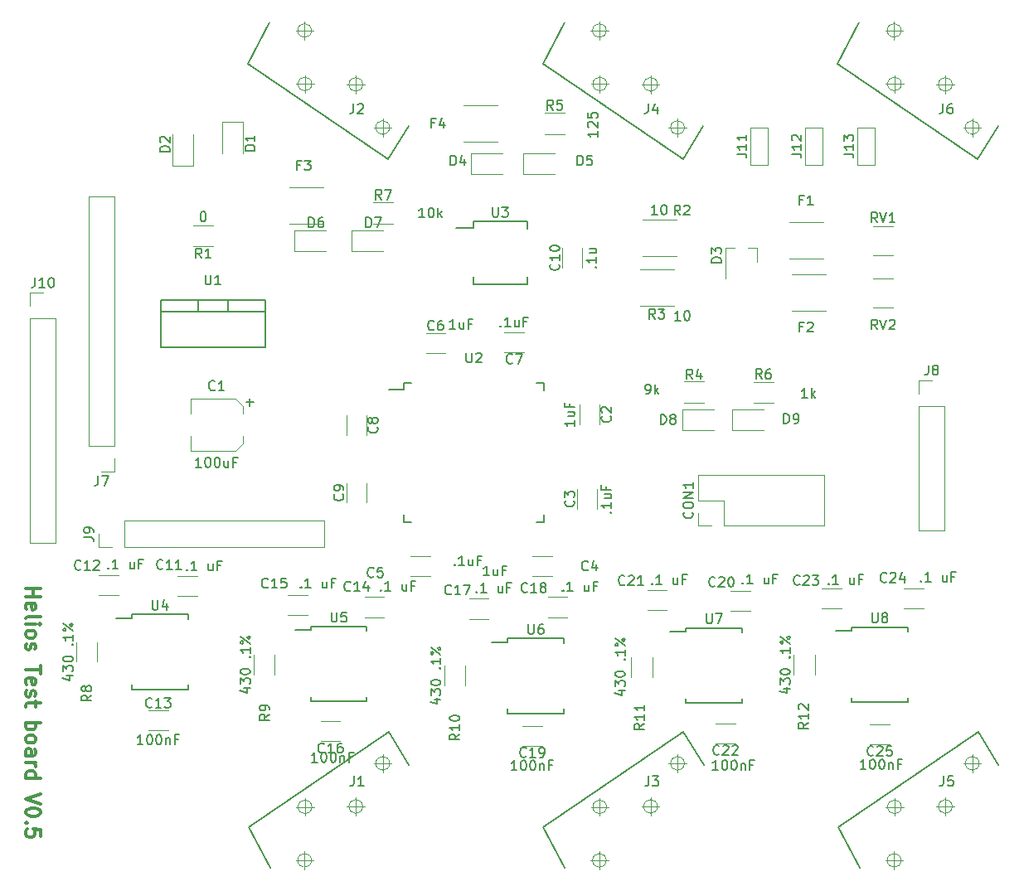
<source format=gto>
G04 #@! TF.FileFunction,Legend,Top*
%FSLAX46Y46*%
G04 Gerber Fmt 4.6, Leading zero omitted, Abs format (unit mm)*
G04 Created by KiCad (PCBNEW 4.0.7-e2-6376~58~ubuntu16.04.1) date Wed Aug  1 19:42:02 2018*
%MOMM*%
%LPD*%
G01*
G04 APERTURE LIST*
%ADD10C,0.100000*%
%ADD11C,0.300000*%
%ADD12C,0.120000*%
%ADD13C,0.150000*%
G04 APERTURE END LIST*
D10*
X184853408Y-52385136D02*
G75*
G03X184853408Y-52385136I-700000J0D01*
G01*
X179661986Y-52343143D02*
G75*
G03X179661986Y-52343143I-700000J0D01*
G01*
X184853408Y-126146397D02*
G75*
G03X184853408Y-126146397I-700000J0D01*
G01*
X179661986Y-126188381D02*
G75*
G03X179661986Y-126188381I-700000J0D01*
G01*
X124653411Y-126146397D02*
G75*
G03X124653411Y-126146397I-700000J0D01*
G01*
X127401702Y-121741932D02*
G75*
G03X127401702Y-121741932I-700000J0D01*
G01*
X119461989Y-126188381D02*
G75*
G03X119461989Y-126188381I-700000J0D01*
G01*
X127401702Y-56789600D02*
G75*
G03X127401702Y-56789600I-700000J0D01*
G01*
X119427215Y-46879520D02*
G75*
G03X119427215Y-46879520I-700000J0D01*
G01*
X119461989Y-52343143D02*
G75*
G03X119461989Y-52343143I-700000J0D01*
G01*
X119427215Y-131652016D02*
G75*
G03X119427215Y-131652016I-700000J0D01*
G01*
X154753402Y-52385136D02*
G75*
G03X154753402Y-52385136I-700000J0D01*
G01*
X154753402Y-126146397D02*
G75*
G03X154753402Y-126146397I-700000J0D01*
G01*
X157501708Y-121741932D02*
G75*
G03X157501708Y-121741932I-700000J0D01*
G01*
X149561995Y-126188381D02*
G75*
G03X149561995Y-126188381I-700000J0D01*
G01*
X157501708Y-56789600D02*
G75*
G03X157501708Y-56789600I-700000J0D01*
G01*
X149527205Y-46879520D02*
G75*
G03X149527205Y-46879520I-700000J0D01*
G01*
X149561995Y-52343143D02*
G75*
G03X149561995Y-52343143I-700000J0D01*
G01*
X149527205Y-131652016D02*
G75*
G03X149527205Y-131652016I-700000J0D01*
G01*
X187601714Y-56789600D02*
G75*
G03X187601714Y-56789600I-700000J0D01*
G01*
X187601714Y-121741932D02*
G75*
G03X187601714Y-121741932I-700000J0D01*
G01*
X124653411Y-52385136D02*
G75*
G03X124653411Y-52385136I-700000J0D01*
G01*
X179627211Y-46879520D02*
G75*
G03X179627211Y-46879520I-700000J0D01*
G01*
X179627211Y-131652016D02*
G75*
G03X179627211Y-131652016I-700000J0D01*
G01*
X183243404Y-52385136D02*
X185063396Y-52385136D01*
X184153408Y-51475132D02*
X184153408Y-53295139D01*
X178051998Y-52343143D02*
X179871990Y-52343143D01*
X178961986Y-51433155D02*
X178961986Y-53253147D01*
X183243404Y-126146397D02*
X185063396Y-126146397D01*
X184153408Y-125236393D02*
X184153408Y-127056393D01*
X178051998Y-126188381D02*
X179871990Y-126188381D01*
X178961986Y-125278385D02*
X178961986Y-127098377D01*
X123043407Y-126146397D02*
X124863399Y-126146397D01*
X123953411Y-125236393D02*
X123953411Y-127056393D01*
X125791698Y-121741932D02*
X127611705Y-121741932D01*
X126701702Y-120831928D02*
X126701702Y-122651928D01*
X117852001Y-126188381D02*
X119671993Y-126188381D01*
X118761989Y-125278385D02*
X118761989Y-127098377D01*
X125791698Y-56789600D02*
X127611705Y-56789600D01*
X126701702Y-55879612D02*
X126701702Y-57699604D01*
X117817211Y-46879520D02*
X119637203Y-46879520D01*
X118727215Y-45969517D02*
X118727215Y-47789524D01*
X117852001Y-52343143D02*
X119671993Y-52343143D01*
X118761989Y-51433155D02*
X118761989Y-53253147D01*
X117817211Y-131652016D02*
X119637203Y-131652016D01*
X118727215Y-130742016D02*
X118727215Y-132562016D01*
X153143398Y-52385136D02*
X154963405Y-52385136D01*
X154053402Y-51475132D02*
X154053402Y-53295139D01*
X153143398Y-126146397D02*
X154963405Y-126146397D01*
X154053402Y-125236393D02*
X154053402Y-127056393D01*
X155891704Y-121741932D02*
X157711712Y-121741932D01*
X156801708Y-120831928D02*
X156801708Y-122651928D01*
X147951992Y-126188381D02*
X149771984Y-126188381D01*
X148861995Y-125278385D02*
X148861995Y-127098377D01*
X155891704Y-56789600D02*
X157711712Y-56789600D01*
X156801708Y-55879612D02*
X156801708Y-57699604D01*
X147917202Y-46879520D02*
X149737209Y-46879520D01*
X148827205Y-45969517D02*
X148827205Y-47789524D01*
X147951992Y-52343143D02*
X149771984Y-52343143D01*
X148861995Y-51433155D02*
X148861995Y-53253147D01*
X147917202Y-131652016D02*
X149737209Y-131652016D01*
X148827205Y-130742016D02*
X148827205Y-132562016D01*
X185991710Y-56789600D02*
X187811702Y-56789600D01*
X186901714Y-55879612D02*
X186901714Y-57699604D01*
X185991710Y-121741932D02*
X187811702Y-121741932D01*
X186901714Y-120831928D02*
X186901714Y-122651928D01*
X123043407Y-52385136D02*
X124863399Y-52385136D01*
X123953411Y-51475132D02*
X123953411Y-53295139D01*
X178017208Y-46879520D02*
X179837200Y-46879520D01*
X178927211Y-45969517D02*
X178927211Y-47789524D01*
X178017208Y-131652016D02*
X179837200Y-131652016D01*
X178927211Y-130742016D02*
X178927211Y-132562016D01*
D11*
X90261429Y-103871429D02*
X91761429Y-103871429D01*
X91047143Y-103871429D02*
X91047143Y-104728572D01*
X90261429Y-104728572D02*
X91761429Y-104728572D01*
X90332857Y-106014286D02*
X90261429Y-105871429D01*
X90261429Y-105585715D01*
X90332857Y-105442858D01*
X90475714Y-105371429D01*
X91047143Y-105371429D01*
X91190000Y-105442858D01*
X91261429Y-105585715D01*
X91261429Y-105871429D01*
X91190000Y-106014286D01*
X91047143Y-106085715D01*
X90904286Y-106085715D01*
X90761429Y-105371429D01*
X90261429Y-106942858D02*
X90332857Y-106800000D01*
X90475714Y-106728572D01*
X91761429Y-106728572D01*
X90261429Y-107514286D02*
X91261429Y-107514286D01*
X91761429Y-107514286D02*
X91690000Y-107442857D01*
X91618571Y-107514286D01*
X91690000Y-107585714D01*
X91761429Y-107514286D01*
X91618571Y-107514286D01*
X90261429Y-108442858D02*
X90332857Y-108300000D01*
X90404286Y-108228572D01*
X90547143Y-108157143D01*
X90975714Y-108157143D01*
X91118571Y-108228572D01*
X91190000Y-108300000D01*
X91261429Y-108442858D01*
X91261429Y-108657143D01*
X91190000Y-108800000D01*
X91118571Y-108871429D01*
X90975714Y-108942858D01*
X90547143Y-108942858D01*
X90404286Y-108871429D01*
X90332857Y-108800000D01*
X90261429Y-108657143D01*
X90261429Y-108442858D01*
X90332857Y-109514286D02*
X90261429Y-109657143D01*
X90261429Y-109942858D01*
X90332857Y-110085715D01*
X90475714Y-110157143D01*
X90547143Y-110157143D01*
X90690000Y-110085715D01*
X90761429Y-109942858D01*
X90761429Y-109728572D01*
X90832857Y-109585715D01*
X90975714Y-109514286D01*
X91047143Y-109514286D01*
X91190000Y-109585715D01*
X91261429Y-109728572D01*
X91261429Y-109942858D01*
X91190000Y-110085715D01*
X91761429Y-111728572D02*
X91761429Y-112585715D01*
X90261429Y-112157144D02*
X91761429Y-112157144D01*
X90332857Y-113657143D02*
X90261429Y-113514286D01*
X90261429Y-113228572D01*
X90332857Y-113085715D01*
X90475714Y-113014286D01*
X91047143Y-113014286D01*
X91190000Y-113085715D01*
X91261429Y-113228572D01*
X91261429Y-113514286D01*
X91190000Y-113657143D01*
X91047143Y-113728572D01*
X90904286Y-113728572D01*
X90761429Y-113014286D01*
X90332857Y-114300000D02*
X90261429Y-114442857D01*
X90261429Y-114728572D01*
X90332857Y-114871429D01*
X90475714Y-114942857D01*
X90547143Y-114942857D01*
X90690000Y-114871429D01*
X90761429Y-114728572D01*
X90761429Y-114514286D01*
X90832857Y-114371429D01*
X90975714Y-114300000D01*
X91047143Y-114300000D01*
X91190000Y-114371429D01*
X91261429Y-114514286D01*
X91261429Y-114728572D01*
X91190000Y-114871429D01*
X91261429Y-115371429D02*
X91261429Y-115942858D01*
X91761429Y-115585715D02*
X90475714Y-115585715D01*
X90332857Y-115657143D01*
X90261429Y-115800001D01*
X90261429Y-115942858D01*
X90261429Y-117585715D02*
X91761429Y-117585715D01*
X91190000Y-117585715D02*
X91261429Y-117728572D01*
X91261429Y-118014286D01*
X91190000Y-118157143D01*
X91118571Y-118228572D01*
X90975714Y-118300001D01*
X90547143Y-118300001D01*
X90404286Y-118228572D01*
X90332857Y-118157143D01*
X90261429Y-118014286D01*
X90261429Y-117728572D01*
X90332857Y-117585715D01*
X90261429Y-119157144D02*
X90332857Y-119014286D01*
X90404286Y-118942858D01*
X90547143Y-118871429D01*
X90975714Y-118871429D01*
X91118571Y-118942858D01*
X91190000Y-119014286D01*
X91261429Y-119157144D01*
X91261429Y-119371429D01*
X91190000Y-119514286D01*
X91118571Y-119585715D01*
X90975714Y-119657144D01*
X90547143Y-119657144D01*
X90404286Y-119585715D01*
X90332857Y-119514286D01*
X90261429Y-119371429D01*
X90261429Y-119157144D01*
X90261429Y-120942858D02*
X91047143Y-120942858D01*
X91190000Y-120871429D01*
X91261429Y-120728572D01*
X91261429Y-120442858D01*
X91190000Y-120300001D01*
X90332857Y-120942858D02*
X90261429Y-120800001D01*
X90261429Y-120442858D01*
X90332857Y-120300001D01*
X90475714Y-120228572D01*
X90618571Y-120228572D01*
X90761429Y-120300001D01*
X90832857Y-120442858D01*
X90832857Y-120800001D01*
X90904286Y-120942858D01*
X90261429Y-121657144D02*
X91261429Y-121657144D01*
X90975714Y-121657144D02*
X91118571Y-121728572D01*
X91190000Y-121800001D01*
X91261429Y-121942858D01*
X91261429Y-122085715D01*
X90261429Y-123228572D02*
X91761429Y-123228572D01*
X90332857Y-123228572D02*
X90261429Y-123085715D01*
X90261429Y-122800001D01*
X90332857Y-122657143D01*
X90404286Y-122585715D01*
X90547143Y-122514286D01*
X90975714Y-122514286D01*
X91118571Y-122585715D01*
X91190000Y-122657143D01*
X91261429Y-122800001D01*
X91261429Y-123085715D01*
X91190000Y-123228572D01*
X91761429Y-124871429D02*
X90261429Y-125371429D01*
X91761429Y-125871429D01*
X91761429Y-126657143D02*
X91761429Y-126800000D01*
X91690000Y-126942857D01*
X91618571Y-127014286D01*
X91475714Y-127085715D01*
X91190000Y-127157143D01*
X90832857Y-127157143D01*
X90547143Y-127085715D01*
X90404286Y-127014286D01*
X90332857Y-126942857D01*
X90261429Y-126800000D01*
X90261429Y-126657143D01*
X90332857Y-126514286D01*
X90404286Y-126442857D01*
X90547143Y-126371429D01*
X90832857Y-126300000D01*
X91190000Y-126300000D01*
X91475714Y-126371429D01*
X91618571Y-126442857D01*
X91690000Y-126514286D01*
X91761429Y-126657143D01*
X90404286Y-127800000D02*
X90332857Y-127871428D01*
X90261429Y-127800000D01*
X90332857Y-127728571D01*
X90404286Y-127800000D01*
X90261429Y-127800000D01*
X91761429Y-129228572D02*
X91761429Y-128514286D01*
X91047143Y-128442857D01*
X91118571Y-128514286D01*
X91190000Y-128657143D01*
X91190000Y-129014286D01*
X91118571Y-129157143D01*
X91047143Y-129228572D01*
X90904286Y-129300000D01*
X90547143Y-129300000D01*
X90404286Y-129228572D01*
X90332857Y-129157143D01*
X90261429Y-129014286D01*
X90261429Y-128657143D01*
X90332857Y-128514286D01*
X90404286Y-128442857D01*
D12*
X107060000Y-89810000D02*
X107060000Y-88260000D01*
X107060000Y-84480000D02*
X107060000Y-86030000D01*
X112400000Y-85240000D02*
X112400000Y-86030000D01*
X112400000Y-89050000D02*
X112400000Y-88260000D01*
X107060000Y-89810000D02*
X111640000Y-89810000D01*
X111640000Y-89810000D02*
X112400000Y-89050000D01*
X112400000Y-85240000D02*
X111640000Y-84480000D01*
X111640000Y-84480000D02*
X107060000Y-84480000D01*
X148848000Y-87106000D02*
X148848000Y-85106000D01*
X146808000Y-85106000D02*
X146808000Y-87106000D01*
X146554000Y-93742000D02*
X146554000Y-95742000D01*
X148594000Y-95742000D02*
X148594000Y-93742000D01*
X142002000Y-102620000D02*
X144002000Y-102620000D01*
X144002000Y-100580000D02*
X142002000Y-100580000D01*
X131556000Y-100580000D02*
X129556000Y-100580000D01*
X129556000Y-102620000D02*
X131556000Y-102620000D01*
X133100000Y-77780000D02*
X131100000Y-77780000D01*
X131100000Y-79820000D02*
X133100000Y-79820000D01*
X139100000Y-79720000D02*
X141100000Y-79720000D01*
X141100000Y-77680000D02*
X139100000Y-77680000D01*
X125020000Y-88200000D02*
X125020000Y-86200000D01*
X122980000Y-86200000D02*
X122980000Y-88200000D01*
X122980000Y-93100000D02*
X122980000Y-95100000D01*
X125020000Y-95100000D02*
X125020000Y-93100000D01*
X145030000Y-69104000D02*
X145030000Y-71104000D01*
X147070000Y-71104000D02*
X147070000Y-69104000D01*
X105760000Y-104650000D02*
X107760000Y-104650000D01*
X107760000Y-102610000D02*
X105760000Y-102610000D01*
X99720000Y-102500000D02*
X97720000Y-102500000D01*
X97720000Y-104540000D02*
X99720000Y-104540000D01*
X104770000Y-116330000D02*
X102770000Y-116330000D01*
X102770000Y-118370000D02*
X104770000Y-118370000D01*
X124840000Y-106800000D02*
X126840000Y-106800000D01*
X126840000Y-104760000D02*
X124840000Y-104760000D01*
X119020000Y-104540000D02*
X117020000Y-104540000D01*
X117020000Y-106580000D02*
X119020000Y-106580000D01*
X120370000Y-119490000D02*
X122370000Y-119490000D01*
X122370000Y-117450000D02*
X120370000Y-117450000D01*
X137510000Y-104930000D02*
X135510000Y-104930000D01*
X135510000Y-106970000D02*
X137510000Y-106970000D01*
X143560000Y-106800000D02*
X145560000Y-106800000D01*
X145560000Y-104760000D02*
X143560000Y-104760000D01*
X140990000Y-119930000D02*
X142990000Y-119930000D01*
X142990000Y-117890000D02*
X140990000Y-117890000D01*
X162220000Y-106140000D02*
X164220000Y-106140000D01*
X164220000Y-104100000D02*
X162220000Y-104100000D01*
X155720000Y-104020000D02*
X153720000Y-104020000D01*
X153720000Y-106060000D02*
X155720000Y-106060000D01*
X160700000Y-119700000D02*
X162700000Y-119700000D01*
X162700000Y-117660000D02*
X160700000Y-117660000D01*
X173550000Y-103870000D02*
X171550000Y-103870000D01*
X171550000Y-105910000D02*
X173550000Y-105910000D01*
X179940000Y-105910000D02*
X181940000Y-105910000D01*
X181940000Y-103870000D02*
X179940000Y-103870000D01*
X176440000Y-119790000D02*
X178440000Y-119790000D01*
X178440000Y-117750000D02*
X176440000Y-117750000D01*
X171760000Y-97470000D02*
X171760000Y-92270000D01*
X161540000Y-97470000D02*
X171760000Y-97470000D01*
X158940000Y-92270000D02*
X171760000Y-92270000D01*
X161540000Y-97470000D02*
X161540000Y-94870000D01*
X161540000Y-94870000D02*
X158940000Y-94870000D01*
X158940000Y-94870000D02*
X158940000Y-92270000D01*
X160270000Y-97470000D02*
X158940000Y-97470000D01*
X158940000Y-97470000D02*
X158940000Y-96140000D01*
X112460000Y-56200000D02*
X110340000Y-56200000D01*
X112460000Y-59400000D02*
X112460000Y-56200000D01*
X110340000Y-56200000D02*
X110340000Y-59400000D01*
X105240000Y-60700000D02*
X107360000Y-60700000D01*
X105240000Y-57500000D02*
X105240000Y-60700000D01*
X107360000Y-60700000D02*
X107360000Y-57500000D01*
X164902000Y-69090000D02*
X163972000Y-69090000D01*
X161742000Y-69090000D02*
X162672000Y-69090000D01*
X161742000Y-69090000D02*
X161742000Y-72250000D01*
X164902000Y-69090000D02*
X164902000Y-70550000D01*
X135722000Y-59392000D02*
X135722000Y-61512000D01*
X138922000Y-59392000D02*
X135722000Y-59392000D01*
X135722000Y-61512000D02*
X138922000Y-61512000D01*
X141056000Y-59392000D02*
X141056000Y-61512000D01*
X144256000Y-59392000D02*
X141056000Y-59392000D01*
X141056000Y-61512000D02*
X144256000Y-61512000D01*
X117688000Y-67266000D02*
X117688000Y-69386000D01*
X120888000Y-67266000D02*
X117688000Y-67266000D01*
X117688000Y-69386000D02*
X120888000Y-69386000D01*
X123530000Y-67266000D02*
X123530000Y-69386000D01*
X126730000Y-67266000D02*
X123530000Y-67266000D01*
X123530000Y-69386000D02*
X126730000Y-69386000D01*
X157312000Y-85554000D02*
X157312000Y-87674000D01*
X160512000Y-85554000D02*
X157312000Y-85554000D01*
X157312000Y-87674000D02*
X160512000Y-87674000D01*
X162392000Y-85554000D02*
X162392000Y-87674000D01*
X165592000Y-85554000D02*
X162392000Y-85554000D01*
X162392000Y-87674000D02*
X165592000Y-87674000D01*
X99300000Y-63860000D02*
X96640000Y-63860000D01*
X99300000Y-89320000D02*
X99300000Y-63860000D01*
X96640000Y-89320000D02*
X96640000Y-63860000D01*
X99300000Y-89320000D02*
X96640000Y-89320000D01*
X99300000Y-90590000D02*
X99300000Y-91920000D01*
X99300000Y-91920000D02*
X97970000Y-91920000D01*
X181420000Y-97980000D02*
X184080000Y-97980000D01*
X181420000Y-85220000D02*
X181420000Y-97980000D01*
X184080000Y-85220000D02*
X184080000Y-97980000D01*
X181420000Y-85220000D02*
X184080000Y-85220000D01*
X181420000Y-83950000D02*
X181420000Y-82620000D01*
X181420000Y-82620000D02*
X182750000Y-82620000D01*
X120710000Y-99630000D02*
X120710000Y-96970000D01*
X100330000Y-99630000D02*
X120710000Y-99630000D01*
X100330000Y-96970000D02*
X120710000Y-96970000D01*
X100330000Y-99630000D02*
X100330000Y-96970000D01*
X99060000Y-99630000D02*
X97730000Y-99630000D01*
X97730000Y-99630000D02*
X97730000Y-98300000D01*
X90670000Y-99190000D02*
X93330000Y-99190000D01*
X90670000Y-76270000D02*
X90670000Y-99190000D01*
X93330000Y-76270000D02*
X93330000Y-99190000D01*
X90670000Y-76270000D02*
X93330000Y-76270000D01*
X90670000Y-75000000D02*
X90670000Y-73670000D01*
X90670000Y-73670000D02*
X92000000Y-73670000D01*
X107370000Y-66760000D02*
X109370000Y-66760000D01*
X109370000Y-68900000D02*
X107370000Y-68900000D01*
X157500000Y-82750000D02*
X159500000Y-82750000D01*
X159500000Y-84890000D02*
X157500000Y-84890000D01*
X145272000Y-57458000D02*
X143272000Y-57458000D01*
X143272000Y-55318000D02*
X145272000Y-55318000D01*
X166580000Y-84930000D02*
X164580000Y-84930000D01*
X164580000Y-82790000D02*
X166580000Y-82790000D01*
X127746000Y-66602000D02*
X125746000Y-66602000D01*
X125746000Y-64462000D02*
X127746000Y-64462000D01*
X95430000Y-111360000D02*
X95430000Y-109360000D01*
X97570000Y-109360000D02*
X97570000Y-111360000D01*
X113540000Y-112650000D02*
X113540000Y-110650000D01*
X115680000Y-110650000D02*
X115680000Y-112650000D01*
X132990000Y-113770000D02*
X132990000Y-111770000D01*
X135130000Y-111770000D02*
X135130000Y-113770000D01*
X152090000Y-112900000D02*
X152090000Y-110900000D01*
X154230000Y-110900000D02*
X154230000Y-112900000D01*
X168670000Y-112670000D02*
X168670000Y-110670000D01*
X170810000Y-110670000D02*
X170810000Y-112670000D01*
X178800000Y-69806000D02*
X176800000Y-69806000D01*
X176800000Y-66846000D02*
X178800000Y-66846000D01*
X178800000Y-75140000D02*
X176800000Y-75140000D01*
X176800000Y-72180000D02*
X178800000Y-72180000D01*
D13*
X128875000Y-82875000D02*
X128875000Y-83525000D01*
X143125000Y-82875000D02*
X143125000Y-83635000D01*
X143125000Y-97125000D02*
X143125000Y-96365000D01*
X128875000Y-97125000D02*
X128875000Y-96365000D01*
X128875000Y-82875000D02*
X129635000Y-82875000D01*
X128875000Y-97125000D02*
X129635000Y-97125000D01*
X143125000Y-97125000D02*
X142365000Y-97125000D01*
X143125000Y-82875000D02*
X142365000Y-82875000D01*
X128875000Y-83525000D02*
X127350000Y-83525000D01*
X135934000Y-66391000D02*
X135934000Y-67046000D01*
X141434000Y-66391000D02*
X141434000Y-67141000D01*
X141434000Y-72801000D02*
X141434000Y-72051000D01*
X135934000Y-72801000D02*
X135934000Y-72051000D01*
X135934000Y-66391000D02*
X141434000Y-66391000D01*
X135934000Y-72801000D02*
X141434000Y-72801000D01*
X135934000Y-67046000D02*
X134184000Y-67046000D01*
X101065000Y-106535000D02*
X101065000Y-106885000D01*
X106815000Y-106535000D02*
X106815000Y-106985000D01*
X106815000Y-114185000D02*
X106815000Y-113735000D01*
X101065000Y-114185000D02*
X101065000Y-113735000D01*
X101065000Y-106535000D02*
X106815000Y-106535000D01*
X101065000Y-114185000D02*
X106815000Y-114185000D01*
X101065000Y-106885000D02*
X99465000Y-106885000D01*
X119335000Y-107765000D02*
X119335000Y-108115000D01*
X125085000Y-107765000D02*
X125085000Y-108215000D01*
X125085000Y-115415000D02*
X125085000Y-114965000D01*
X119335000Y-115415000D02*
X119335000Y-114965000D01*
X119335000Y-107765000D02*
X125085000Y-107765000D01*
X119335000Y-115415000D02*
X125085000Y-115415000D01*
X119335000Y-108115000D02*
X117735000Y-108115000D01*
X139455000Y-108995000D02*
X139455000Y-109345000D01*
X145205000Y-108995000D02*
X145205000Y-109445000D01*
X145205000Y-116645000D02*
X145205000Y-116195000D01*
X139455000Y-116645000D02*
X139455000Y-116195000D01*
X139455000Y-108995000D02*
X145205000Y-108995000D01*
X139455000Y-116645000D02*
X145205000Y-116645000D01*
X139455000Y-109345000D02*
X137855000Y-109345000D01*
X157645000Y-107925000D02*
X157645000Y-108275000D01*
X163395000Y-107925000D02*
X163395000Y-108375000D01*
X163395000Y-115575000D02*
X163395000Y-115125000D01*
X157645000Y-115575000D02*
X157645000Y-115125000D01*
X157645000Y-107925000D02*
X163395000Y-107925000D01*
X157645000Y-115575000D02*
X163395000Y-115575000D01*
X157645000Y-108275000D02*
X156045000Y-108275000D01*
X174565000Y-107835000D02*
X174565000Y-108185000D01*
X180315000Y-107835000D02*
X180315000Y-108285000D01*
X180315000Y-115485000D02*
X180315000Y-115035000D01*
X174565000Y-115485000D02*
X174565000Y-115035000D01*
X174565000Y-107835000D02*
X180315000Y-107835000D01*
X174565000Y-115485000D02*
X180315000Y-115485000D01*
X174565000Y-108185000D02*
X172965000Y-108185000D01*
X107826000Y-74422000D02*
X107826000Y-75565000D01*
X110874000Y-74422000D02*
X110874000Y-75565000D01*
X114684000Y-75565000D02*
X114684000Y-79248000D01*
X114684000Y-79248000D02*
X104016000Y-79248000D01*
X104016000Y-79248000D02*
X104016000Y-75565000D01*
X114684000Y-74422000D02*
X114684000Y-75565000D01*
X114684000Y-75565000D02*
X104016000Y-75565000D01*
X104016000Y-75565000D02*
X104016000Y-74422000D01*
X109350000Y-74422000D02*
X104016000Y-74422000D01*
X109350000Y-74422000D02*
X114684000Y-74422000D01*
X115200000Y-132450000D02*
X113000000Y-128250000D01*
X113000000Y-128250000D02*
X127300000Y-118500000D01*
X127300000Y-118500000D02*
X129400000Y-121900000D01*
X115150000Y-46050000D02*
X112950000Y-50250000D01*
X112950000Y-50250000D02*
X127250000Y-60000000D01*
X127250000Y-60000000D02*
X129350000Y-56600000D01*
X145300000Y-132450000D02*
X143100000Y-128250000D01*
X143100000Y-128250000D02*
X157400000Y-118500000D01*
X157400000Y-118500000D02*
X159500000Y-121900000D01*
X145250000Y-46050000D02*
X143050000Y-50250000D01*
X143050000Y-50250000D02*
X157350000Y-60000000D01*
X157350000Y-60000000D02*
X159450000Y-56600000D01*
X175400000Y-132450000D02*
X173200000Y-128250000D01*
X173200000Y-128250000D02*
X187500000Y-118500000D01*
X187500000Y-118500000D02*
X189600000Y-121900000D01*
X175350000Y-46050000D02*
X173150000Y-50250000D01*
X173150000Y-50250000D02*
X187450000Y-60000000D01*
X187450000Y-60000000D02*
X189550000Y-56600000D01*
D12*
X171656000Y-66446000D02*
X168196000Y-66446000D01*
X171656000Y-70206000D02*
X168196000Y-70206000D01*
X171910000Y-71780000D02*
X168450000Y-71780000D01*
X171910000Y-75540000D02*
X168450000Y-75540000D01*
X120602000Y-62890000D02*
X117142000Y-62890000D01*
X120602000Y-66650000D02*
X117142000Y-66650000D01*
X138382000Y-54508000D02*
X134922000Y-54508000D01*
X138382000Y-58268000D02*
X134922000Y-58268000D01*
X156670000Y-66192000D02*
X153210000Y-66192000D01*
X156670000Y-69952000D02*
X153210000Y-69952000D01*
X156416000Y-71272000D02*
X152956000Y-71272000D01*
X156416000Y-75032000D02*
X152956000Y-75032000D01*
X164210000Y-56764000D02*
X164210000Y-60584000D01*
X164210000Y-60584000D02*
X165990000Y-60584000D01*
X165990000Y-60584000D02*
X165990000Y-56764000D01*
X164210000Y-56764000D02*
X165990000Y-56764000D01*
X169798000Y-56764000D02*
X169798000Y-60584000D01*
X169798000Y-60584000D02*
X171578000Y-60584000D01*
X171578000Y-60584000D02*
X171578000Y-56764000D01*
X169798000Y-56764000D02*
X171578000Y-56764000D01*
X175132000Y-56764000D02*
X175132000Y-60584000D01*
X175132000Y-60584000D02*
X176912000Y-60584000D01*
X176912000Y-60584000D02*
X176912000Y-56764000D01*
X175132000Y-56764000D02*
X176912000Y-56764000D01*
D13*
X109563334Y-83557143D02*
X109515715Y-83604762D01*
X109372858Y-83652381D01*
X109277620Y-83652381D01*
X109134762Y-83604762D01*
X109039524Y-83509524D01*
X108991905Y-83414286D01*
X108944286Y-83223810D01*
X108944286Y-83080952D01*
X108991905Y-82890476D01*
X109039524Y-82795238D01*
X109134762Y-82700000D01*
X109277620Y-82652381D01*
X109372858Y-82652381D01*
X109515715Y-82700000D01*
X109563334Y-82747619D01*
X110515715Y-83652381D02*
X109944286Y-83652381D01*
X110230000Y-83652381D02*
X110230000Y-82652381D01*
X110134762Y-82795238D01*
X110039524Y-82890476D01*
X109944286Y-82938095D01*
X108182381Y-91492381D02*
X107610952Y-91492381D01*
X107896666Y-91492381D02*
X107896666Y-90492381D01*
X107801428Y-90635238D01*
X107706190Y-90730476D01*
X107610952Y-90778095D01*
X108801428Y-90492381D02*
X108896667Y-90492381D01*
X108991905Y-90540000D01*
X109039524Y-90587619D01*
X109087143Y-90682857D01*
X109134762Y-90873333D01*
X109134762Y-91111429D01*
X109087143Y-91301905D01*
X109039524Y-91397143D01*
X108991905Y-91444762D01*
X108896667Y-91492381D01*
X108801428Y-91492381D01*
X108706190Y-91444762D01*
X108658571Y-91397143D01*
X108610952Y-91301905D01*
X108563333Y-91111429D01*
X108563333Y-90873333D01*
X108610952Y-90682857D01*
X108658571Y-90587619D01*
X108706190Y-90540000D01*
X108801428Y-90492381D01*
X109753809Y-90492381D02*
X109849048Y-90492381D01*
X109944286Y-90540000D01*
X109991905Y-90587619D01*
X110039524Y-90682857D01*
X110087143Y-90873333D01*
X110087143Y-91111429D01*
X110039524Y-91301905D01*
X109991905Y-91397143D01*
X109944286Y-91444762D01*
X109849048Y-91492381D01*
X109753809Y-91492381D01*
X109658571Y-91444762D01*
X109610952Y-91397143D01*
X109563333Y-91301905D01*
X109515714Y-91111429D01*
X109515714Y-90873333D01*
X109563333Y-90682857D01*
X109610952Y-90587619D01*
X109658571Y-90540000D01*
X109753809Y-90492381D01*
X110944286Y-90825714D02*
X110944286Y-91492381D01*
X110515714Y-90825714D02*
X110515714Y-91349524D01*
X110563333Y-91444762D01*
X110658571Y-91492381D01*
X110801429Y-91492381D01*
X110896667Y-91444762D01*
X110944286Y-91397143D01*
X111753810Y-90968571D02*
X111420476Y-90968571D01*
X111420476Y-91492381D02*
X111420476Y-90492381D01*
X111896667Y-90492381D01*
X112729048Y-84851429D02*
X113490953Y-84851429D01*
X113110001Y-85232381D02*
X113110001Y-84470476D01*
X149935143Y-86272666D02*
X149982762Y-86320285D01*
X150030381Y-86463142D01*
X150030381Y-86558380D01*
X149982762Y-86701238D01*
X149887524Y-86796476D01*
X149792286Y-86844095D01*
X149601810Y-86891714D01*
X149458952Y-86891714D01*
X149268476Y-86844095D01*
X149173238Y-86796476D01*
X149078000Y-86701238D01*
X149030381Y-86558380D01*
X149030381Y-86463142D01*
X149078000Y-86320285D01*
X149125619Y-86272666D01*
X149125619Y-85891714D02*
X149078000Y-85844095D01*
X149030381Y-85748857D01*
X149030381Y-85510761D01*
X149078000Y-85415523D01*
X149125619Y-85367904D01*
X149220857Y-85320285D01*
X149316095Y-85320285D01*
X149458952Y-85367904D01*
X150030381Y-85939333D01*
X150030381Y-85320285D01*
X146280381Y-86701238D02*
X146280381Y-87272667D01*
X146280381Y-86986953D02*
X145280381Y-86986953D01*
X145423238Y-87082191D01*
X145518476Y-87177429D01*
X145566095Y-87272667D01*
X145613714Y-85844095D02*
X146280381Y-85844095D01*
X145613714Y-86272667D02*
X146137524Y-86272667D01*
X146232762Y-86225048D01*
X146280381Y-86129810D01*
X146280381Y-85986952D01*
X146232762Y-85891714D01*
X146185143Y-85844095D01*
X145756571Y-85034571D02*
X145756571Y-85367905D01*
X146280381Y-85367905D02*
X145280381Y-85367905D01*
X145280381Y-84891714D01*
X146181143Y-94908666D02*
X146228762Y-94956285D01*
X146276381Y-95099142D01*
X146276381Y-95194380D01*
X146228762Y-95337238D01*
X146133524Y-95432476D01*
X146038286Y-95480095D01*
X145847810Y-95527714D01*
X145704952Y-95527714D01*
X145514476Y-95480095D01*
X145419238Y-95432476D01*
X145324000Y-95337238D01*
X145276381Y-95194380D01*
X145276381Y-95099142D01*
X145324000Y-94956285D01*
X145371619Y-94908666D01*
X145276381Y-94575333D02*
X145276381Y-93956285D01*
X145657333Y-94289619D01*
X145657333Y-94146761D01*
X145704952Y-94051523D01*
X145752571Y-94003904D01*
X145847810Y-93956285D01*
X146085905Y-93956285D01*
X146181143Y-94003904D01*
X146228762Y-94051523D01*
X146276381Y-94146761D01*
X146276381Y-94432476D01*
X146228762Y-94527714D01*
X146181143Y-94575333D01*
X149931143Y-96099143D02*
X149978762Y-96051524D01*
X150026381Y-96099143D01*
X149978762Y-96146762D01*
X149931143Y-96099143D01*
X150026381Y-96099143D01*
X150026381Y-95099143D02*
X150026381Y-95670572D01*
X150026381Y-95384858D02*
X149026381Y-95384858D01*
X149169238Y-95480096D01*
X149264476Y-95575334D01*
X149312095Y-95670572D01*
X149359714Y-94242000D02*
X150026381Y-94242000D01*
X149359714Y-94670572D02*
X149883524Y-94670572D01*
X149978762Y-94622953D01*
X150026381Y-94527715D01*
X150026381Y-94384857D01*
X149978762Y-94289619D01*
X149931143Y-94242000D01*
X149502571Y-93432476D02*
X149502571Y-93765810D01*
X150026381Y-93765810D02*
X149026381Y-93765810D01*
X149026381Y-93289619D01*
X147661334Y-101957143D02*
X147613715Y-102004762D01*
X147470858Y-102052381D01*
X147375620Y-102052381D01*
X147232762Y-102004762D01*
X147137524Y-101909524D01*
X147089905Y-101814286D01*
X147042286Y-101623810D01*
X147042286Y-101480952D01*
X147089905Y-101290476D01*
X147137524Y-101195238D01*
X147232762Y-101100000D01*
X147375620Y-101052381D01*
X147470858Y-101052381D01*
X147613715Y-101100000D01*
X147661334Y-101147619D01*
X148518477Y-101385714D02*
X148518477Y-102052381D01*
X148280381Y-101004762D02*
X148042286Y-101719048D01*
X148661334Y-101719048D01*
X137580762Y-102560381D02*
X137009333Y-102560381D01*
X137295047Y-102560381D02*
X137295047Y-101560381D01*
X137199809Y-101703238D01*
X137104571Y-101798476D01*
X137009333Y-101846095D01*
X138437905Y-101893714D02*
X138437905Y-102560381D01*
X138009333Y-101893714D02*
X138009333Y-102417524D01*
X138056952Y-102512762D01*
X138152190Y-102560381D01*
X138295048Y-102560381D01*
X138390286Y-102512762D01*
X138437905Y-102465143D01*
X139247429Y-102036571D02*
X138914095Y-102036571D01*
X138914095Y-102560381D02*
X138914095Y-101560381D01*
X139390286Y-101560381D01*
X125769334Y-102647143D02*
X125721715Y-102694762D01*
X125578858Y-102742381D01*
X125483620Y-102742381D01*
X125340762Y-102694762D01*
X125245524Y-102599524D01*
X125197905Y-102504286D01*
X125150286Y-102313810D01*
X125150286Y-102170952D01*
X125197905Y-101980476D01*
X125245524Y-101885238D01*
X125340762Y-101790000D01*
X125483620Y-101742381D01*
X125578858Y-101742381D01*
X125721715Y-101790000D01*
X125769334Y-101837619D01*
X126674096Y-101742381D02*
X126197905Y-101742381D01*
X126150286Y-102218571D01*
X126197905Y-102170952D01*
X126293143Y-102123333D01*
X126531239Y-102123333D01*
X126626477Y-102170952D01*
X126674096Y-102218571D01*
X126721715Y-102313810D01*
X126721715Y-102551905D01*
X126674096Y-102647143D01*
X126626477Y-102694762D01*
X126531239Y-102742381D01*
X126293143Y-102742381D01*
X126197905Y-102694762D01*
X126150286Y-102647143D01*
X134024857Y-101449143D02*
X134072476Y-101496762D01*
X134024857Y-101544381D01*
X133977238Y-101496762D01*
X134024857Y-101449143D01*
X134024857Y-101544381D01*
X135024857Y-101544381D02*
X134453428Y-101544381D01*
X134739142Y-101544381D02*
X134739142Y-100544381D01*
X134643904Y-100687238D01*
X134548666Y-100782476D01*
X134453428Y-100830095D01*
X135882000Y-100877714D02*
X135882000Y-101544381D01*
X135453428Y-100877714D02*
X135453428Y-101401524D01*
X135501047Y-101496762D01*
X135596285Y-101544381D01*
X135739143Y-101544381D01*
X135834381Y-101496762D01*
X135882000Y-101449143D01*
X136691524Y-101020571D02*
X136358190Y-101020571D01*
X136358190Y-101544381D02*
X136358190Y-100544381D01*
X136834381Y-100544381D01*
X131933334Y-77407143D02*
X131885715Y-77454762D01*
X131742858Y-77502381D01*
X131647620Y-77502381D01*
X131504762Y-77454762D01*
X131409524Y-77359524D01*
X131361905Y-77264286D01*
X131314286Y-77073810D01*
X131314286Y-76930952D01*
X131361905Y-76740476D01*
X131409524Y-76645238D01*
X131504762Y-76550000D01*
X131647620Y-76502381D01*
X131742858Y-76502381D01*
X131885715Y-76550000D01*
X131933334Y-76597619D01*
X132790477Y-76502381D02*
X132600000Y-76502381D01*
X132504762Y-76550000D01*
X132457143Y-76597619D01*
X132361905Y-76740476D01*
X132314286Y-76930952D01*
X132314286Y-77311905D01*
X132361905Y-77407143D01*
X132409524Y-77454762D01*
X132504762Y-77502381D01*
X132695239Y-77502381D01*
X132790477Y-77454762D01*
X132838096Y-77407143D01*
X132885715Y-77311905D01*
X132885715Y-77073810D01*
X132838096Y-76978571D01*
X132790477Y-76930952D01*
X132695239Y-76883333D01*
X132504762Y-76883333D01*
X132409524Y-76930952D01*
X132361905Y-76978571D01*
X132314286Y-77073810D01*
X134104762Y-77352381D02*
X133533333Y-77352381D01*
X133819047Y-77352381D02*
X133819047Y-76352381D01*
X133723809Y-76495238D01*
X133628571Y-76590476D01*
X133533333Y-76638095D01*
X134961905Y-76685714D02*
X134961905Y-77352381D01*
X134533333Y-76685714D02*
X134533333Y-77209524D01*
X134580952Y-77304762D01*
X134676190Y-77352381D01*
X134819048Y-77352381D01*
X134914286Y-77304762D01*
X134961905Y-77257143D01*
X135771429Y-76828571D02*
X135438095Y-76828571D01*
X135438095Y-77352381D02*
X135438095Y-76352381D01*
X135914286Y-76352381D01*
X139933334Y-80807143D02*
X139885715Y-80854762D01*
X139742858Y-80902381D01*
X139647620Y-80902381D01*
X139504762Y-80854762D01*
X139409524Y-80759524D01*
X139361905Y-80664286D01*
X139314286Y-80473810D01*
X139314286Y-80330952D01*
X139361905Y-80140476D01*
X139409524Y-80045238D01*
X139504762Y-79950000D01*
X139647620Y-79902381D01*
X139742858Y-79902381D01*
X139885715Y-79950000D01*
X139933334Y-79997619D01*
X140266667Y-79902381D02*
X140933334Y-79902381D01*
X140504762Y-80902381D01*
X138742857Y-77057143D02*
X138790476Y-77104762D01*
X138742857Y-77152381D01*
X138695238Y-77104762D01*
X138742857Y-77057143D01*
X138742857Y-77152381D01*
X139742857Y-77152381D02*
X139171428Y-77152381D01*
X139457142Y-77152381D02*
X139457142Y-76152381D01*
X139361904Y-76295238D01*
X139266666Y-76390476D01*
X139171428Y-76438095D01*
X140600000Y-76485714D02*
X140600000Y-77152381D01*
X140171428Y-76485714D02*
X140171428Y-77009524D01*
X140219047Y-77104762D01*
X140314285Y-77152381D01*
X140457143Y-77152381D01*
X140552381Y-77104762D01*
X140600000Y-77057143D01*
X141409524Y-76628571D02*
X141076190Y-76628571D01*
X141076190Y-77152381D02*
X141076190Y-76152381D01*
X141552381Y-76152381D01*
X126107143Y-87366666D02*
X126154762Y-87414285D01*
X126202381Y-87557142D01*
X126202381Y-87652380D01*
X126154762Y-87795238D01*
X126059524Y-87890476D01*
X125964286Y-87938095D01*
X125773810Y-87985714D01*
X125630952Y-87985714D01*
X125440476Y-87938095D01*
X125345238Y-87890476D01*
X125250000Y-87795238D01*
X125202381Y-87652380D01*
X125202381Y-87557142D01*
X125250000Y-87414285D01*
X125297619Y-87366666D01*
X125630952Y-86795238D02*
X125583333Y-86890476D01*
X125535714Y-86938095D01*
X125440476Y-86985714D01*
X125392857Y-86985714D01*
X125297619Y-86938095D01*
X125250000Y-86890476D01*
X125202381Y-86795238D01*
X125202381Y-86604761D01*
X125250000Y-86509523D01*
X125297619Y-86461904D01*
X125392857Y-86414285D01*
X125440476Y-86414285D01*
X125535714Y-86461904D01*
X125583333Y-86509523D01*
X125630952Y-86604761D01*
X125630952Y-86795238D01*
X125678571Y-86890476D01*
X125726190Y-86938095D01*
X125821429Y-86985714D01*
X126011905Y-86985714D01*
X126107143Y-86938095D01*
X126154762Y-86890476D01*
X126202381Y-86795238D01*
X126202381Y-86604761D01*
X126154762Y-86509523D01*
X126107143Y-86461904D01*
X126011905Y-86414285D01*
X125821429Y-86414285D01*
X125726190Y-86461904D01*
X125678571Y-86509523D01*
X125630952Y-86604761D01*
X122607143Y-94266666D02*
X122654762Y-94314285D01*
X122702381Y-94457142D01*
X122702381Y-94552380D01*
X122654762Y-94695238D01*
X122559524Y-94790476D01*
X122464286Y-94838095D01*
X122273810Y-94885714D01*
X122130952Y-94885714D01*
X121940476Y-94838095D01*
X121845238Y-94790476D01*
X121750000Y-94695238D01*
X121702381Y-94552380D01*
X121702381Y-94457142D01*
X121750000Y-94314285D01*
X121797619Y-94266666D01*
X122702381Y-93790476D02*
X122702381Y-93600000D01*
X122654762Y-93504761D01*
X122607143Y-93457142D01*
X122464286Y-93361904D01*
X122273810Y-93314285D01*
X121892857Y-93314285D01*
X121797619Y-93361904D01*
X121750000Y-93409523D01*
X121702381Y-93504761D01*
X121702381Y-93695238D01*
X121750000Y-93790476D01*
X121797619Y-93838095D01*
X121892857Y-93885714D01*
X122130952Y-93885714D01*
X122226190Y-93838095D01*
X122273810Y-93790476D01*
X122321429Y-93695238D01*
X122321429Y-93504761D01*
X122273810Y-93409523D01*
X122226190Y-93361904D01*
X122130952Y-93314285D01*
X144657143Y-70746857D02*
X144704762Y-70794476D01*
X144752381Y-70937333D01*
X144752381Y-71032571D01*
X144704762Y-71175429D01*
X144609524Y-71270667D01*
X144514286Y-71318286D01*
X144323810Y-71365905D01*
X144180952Y-71365905D01*
X143990476Y-71318286D01*
X143895238Y-71270667D01*
X143800000Y-71175429D01*
X143752381Y-71032571D01*
X143752381Y-70937333D01*
X143800000Y-70794476D01*
X143847619Y-70746857D01*
X144752381Y-69794476D02*
X144752381Y-70365905D01*
X144752381Y-70080191D02*
X143752381Y-70080191D01*
X143895238Y-70175429D01*
X143990476Y-70270667D01*
X144038095Y-70365905D01*
X143752381Y-69175429D02*
X143752381Y-69080190D01*
X143800000Y-68984952D01*
X143847619Y-68937333D01*
X143942857Y-68889714D01*
X144133333Y-68842095D01*
X144371429Y-68842095D01*
X144561905Y-68889714D01*
X144657143Y-68937333D01*
X144704762Y-68984952D01*
X144752381Y-69080190D01*
X144752381Y-69175429D01*
X144704762Y-69270667D01*
X144657143Y-69318286D01*
X144561905Y-69365905D01*
X144371429Y-69413524D01*
X144133333Y-69413524D01*
X143942857Y-69365905D01*
X143847619Y-69318286D01*
X143800000Y-69270667D01*
X143752381Y-69175429D01*
X148407143Y-71032571D02*
X148454762Y-70984952D01*
X148502381Y-71032571D01*
X148454762Y-71080190D01*
X148407143Y-71032571D01*
X148502381Y-71032571D01*
X148502381Y-70032571D02*
X148502381Y-70604000D01*
X148502381Y-70318286D02*
X147502381Y-70318286D01*
X147645238Y-70413524D01*
X147740476Y-70508762D01*
X147788095Y-70604000D01*
X147835714Y-69175428D02*
X148502381Y-69175428D01*
X147835714Y-69604000D02*
X148359524Y-69604000D01*
X148454762Y-69556381D01*
X148502381Y-69461143D01*
X148502381Y-69318285D01*
X148454762Y-69223047D01*
X148407143Y-69175428D01*
X104247143Y-101837143D02*
X104199524Y-101884762D01*
X104056667Y-101932381D01*
X103961429Y-101932381D01*
X103818571Y-101884762D01*
X103723333Y-101789524D01*
X103675714Y-101694286D01*
X103628095Y-101503810D01*
X103628095Y-101360952D01*
X103675714Y-101170476D01*
X103723333Y-101075238D01*
X103818571Y-100980000D01*
X103961429Y-100932381D01*
X104056667Y-100932381D01*
X104199524Y-100980000D01*
X104247143Y-101027619D01*
X105199524Y-101932381D02*
X104628095Y-101932381D01*
X104913809Y-101932381D02*
X104913809Y-100932381D01*
X104818571Y-101075238D01*
X104723333Y-101170476D01*
X104628095Y-101218095D01*
X106151905Y-101932381D02*
X105580476Y-101932381D01*
X105866190Y-101932381D02*
X105866190Y-100932381D01*
X105770952Y-101075238D01*
X105675714Y-101170476D01*
X105580476Y-101218095D01*
X106721905Y-101947143D02*
X106769524Y-101994762D01*
X106721905Y-102042381D01*
X106674286Y-101994762D01*
X106721905Y-101947143D01*
X106721905Y-102042381D01*
X107721905Y-102042381D02*
X107150476Y-102042381D01*
X107436190Y-102042381D02*
X107436190Y-101042381D01*
X107340952Y-101185238D01*
X107245714Y-101280476D01*
X107150476Y-101328095D01*
X109340953Y-101375714D02*
X109340953Y-102042381D01*
X108912381Y-101375714D02*
X108912381Y-101899524D01*
X108960000Y-101994762D01*
X109055238Y-102042381D01*
X109198096Y-102042381D01*
X109293334Y-101994762D01*
X109340953Y-101947143D01*
X110150477Y-101518571D02*
X109817143Y-101518571D01*
X109817143Y-102042381D02*
X109817143Y-101042381D01*
X110293334Y-101042381D01*
X95857143Y-101887143D02*
X95809524Y-101934762D01*
X95666667Y-101982381D01*
X95571429Y-101982381D01*
X95428571Y-101934762D01*
X95333333Y-101839524D01*
X95285714Y-101744286D01*
X95238095Y-101553810D01*
X95238095Y-101410952D01*
X95285714Y-101220476D01*
X95333333Y-101125238D01*
X95428571Y-101030000D01*
X95571429Y-100982381D01*
X95666667Y-100982381D01*
X95809524Y-101030000D01*
X95857143Y-101077619D01*
X96809524Y-101982381D02*
X96238095Y-101982381D01*
X96523809Y-101982381D02*
X96523809Y-100982381D01*
X96428571Y-101125238D01*
X96333333Y-101220476D01*
X96238095Y-101268095D01*
X97190476Y-101077619D02*
X97238095Y-101030000D01*
X97333333Y-100982381D01*
X97571429Y-100982381D01*
X97666667Y-101030000D01*
X97714286Y-101077619D01*
X97761905Y-101172857D01*
X97761905Y-101268095D01*
X97714286Y-101410952D01*
X97142857Y-101982381D01*
X97761905Y-101982381D01*
X98681905Y-101777143D02*
X98729524Y-101824762D01*
X98681905Y-101872381D01*
X98634286Y-101824762D01*
X98681905Y-101777143D01*
X98681905Y-101872381D01*
X99681905Y-101872381D02*
X99110476Y-101872381D01*
X99396190Y-101872381D02*
X99396190Y-100872381D01*
X99300952Y-101015238D01*
X99205714Y-101110476D01*
X99110476Y-101158095D01*
X101300953Y-101205714D02*
X101300953Y-101872381D01*
X100872381Y-101205714D02*
X100872381Y-101729524D01*
X100920000Y-101824762D01*
X101015238Y-101872381D01*
X101158096Y-101872381D01*
X101253334Y-101824762D01*
X101300953Y-101777143D01*
X102110477Y-101348571D02*
X101777143Y-101348571D01*
X101777143Y-101872381D02*
X101777143Y-100872381D01*
X102253334Y-100872381D01*
X103127143Y-115957143D02*
X103079524Y-116004762D01*
X102936667Y-116052381D01*
X102841429Y-116052381D01*
X102698571Y-116004762D01*
X102603333Y-115909524D01*
X102555714Y-115814286D01*
X102508095Y-115623810D01*
X102508095Y-115480952D01*
X102555714Y-115290476D01*
X102603333Y-115195238D01*
X102698571Y-115100000D01*
X102841429Y-115052381D01*
X102936667Y-115052381D01*
X103079524Y-115100000D01*
X103127143Y-115147619D01*
X104079524Y-116052381D02*
X103508095Y-116052381D01*
X103793809Y-116052381D02*
X103793809Y-115052381D01*
X103698571Y-115195238D01*
X103603333Y-115290476D01*
X103508095Y-115338095D01*
X104412857Y-115052381D02*
X105031905Y-115052381D01*
X104698571Y-115433333D01*
X104841429Y-115433333D01*
X104936667Y-115480952D01*
X104984286Y-115528571D01*
X105031905Y-115623810D01*
X105031905Y-115861905D01*
X104984286Y-115957143D01*
X104936667Y-116004762D01*
X104841429Y-116052381D01*
X104555714Y-116052381D01*
X104460476Y-116004762D01*
X104412857Y-115957143D01*
X102222381Y-119802381D02*
X101650952Y-119802381D01*
X101936666Y-119802381D02*
X101936666Y-118802381D01*
X101841428Y-118945238D01*
X101746190Y-119040476D01*
X101650952Y-119088095D01*
X102841428Y-118802381D02*
X102936667Y-118802381D01*
X103031905Y-118850000D01*
X103079524Y-118897619D01*
X103127143Y-118992857D01*
X103174762Y-119183333D01*
X103174762Y-119421429D01*
X103127143Y-119611905D01*
X103079524Y-119707143D01*
X103031905Y-119754762D01*
X102936667Y-119802381D01*
X102841428Y-119802381D01*
X102746190Y-119754762D01*
X102698571Y-119707143D01*
X102650952Y-119611905D01*
X102603333Y-119421429D01*
X102603333Y-119183333D01*
X102650952Y-118992857D01*
X102698571Y-118897619D01*
X102746190Y-118850000D01*
X102841428Y-118802381D01*
X103793809Y-118802381D02*
X103889048Y-118802381D01*
X103984286Y-118850000D01*
X104031905Y-118897619D01*
X104079524Y-118992857D01*
X104127143Y-119183333D01*
X104127143Y-119421429D01*
X104079524Y-119611905D01*
X104031905Y-119707143D01*
X103984286Y-119754762D01*
X103889048Y-119802381D01*
X103793809Y-119802381D01*
X103698571Y-119754762D01*
X103650952Y-119707143D01*
X103603333Y-119611905D01*
X103555714Y-119421429D01*
X103555714Y-119183333D01*
X103603333Y-118992857D01*
X103650952Y-118897619D01*
X103698571Y-118850000D01*
X103793809Y-118802381D01*
X104555714Y-119135714D02*
X104555714Y-119802381D01*
X104555714Y-119230952D02*
X104603333Y-119183333D01*
X104698571Y-119135714D01*
X104841429Y-119135714D01*
X104936667Y-119183333D01*
X104984286Y-119278571D01*
X104984286Y-119802381D01*
X105793810Y-119278571D02*
X105460476Y-119278571D01*
X105460476Y-119802381D02*
X105460476Y-118802381D01*
X105936667Y-118802381D01*
X123407143Y-104067143D02*
X123359524Y-104114762D01*
X123216667Y-104162381D01*
X123121429Y-104162381D01*
X122978571Y-104114762D01*
X122883333Y-104019524D01*
X122835714Y-103924286D01*
X122788095Y-103733810D01*
X122788095Y-103590952D01*
X122835714Y-103400476D01*
X122883333Y-103305238D01*
X122978571Y-103210000D01*
X123121429Y-103162381D01*
X123216667Y-103162381D01*
X123359524Y-103210000D01*
X123407143Y-103257619D01*
X124359524Y-104162381D02*
X123788095Y-104162381D01*
X124073809Y-104162381D02*
X124073809Y-103162381D01*
X123978571Y-103305238D01*
X123883333Y-103400476D01*
X123788095Y-103448095D01*
X125216667Y-103495714D02*
X125216667Y-104162381D01*
X124978571Y-103114762D02*
X124740476Y-103829048D01*
X125359524Y-103829048D01*
X126501905Y-104017143D02*
X126549524Y-104064762D01*
X126501905Y-104112381D01*
X126454286Y-104064762D01*
X126501905Y-104017143D01*
X126501905Y-104112381D01*
X127501905Y-104112381D02*
X126930476Y-104112381D01*
X127216190Y-104112381D02*
X127216190Y-103112381D01*
X127120952Y-103255238D01*
X127025714Y-103350476D01*
X126930476Y-103398095D01*
X129120953Y-103445714D02*
X129120953Y-104112381D01*
X128692381Y-103445714D02*
X128692381Y-103969524D01*
X128740000Y-104064762D01*
X128835238Y-104112381D01*
X128978096Y-104112381D01*
X129073334Y-104064762D01*
X129120953Y-104017143D01*
X129930477Y-103588571D02*
X129597143Y-103588571D01*
X129597143Y-104112381D02*
X129597143Y-103112381D01*
X130073334Y-103112381D01*
X114977143Y-103737143D02*
X114929524Y-103784762D01*
X114786667Y-103832381D01*
X114691429Y-103832381D01*
X114548571Y-103784762D01*
X114453333Y-103689524D01*
X114405714Y-103594286D01*
X114358095Y-103403810D01*
X114358095Y-103260952D01*
X114405714Y-103070476D01*
X114453333Y-102975238D01*
X114548571Y-102880000D01*
X114691429Y-102832381D01*
X114786667Y-102832381D01*
X114929524Y-102880000D01*
X114977143Y-102927619D01*
X115929524Y-103832381D02*
X115358095Y-103832381D01*
X115643809Y-103832381D02*
X115643809Y-102832381D01*
X115548571Y-102975238D01*
X115453333Y-103070476D01*
X115358095Y-103118095D01*
X116834286Y-102832381D02*
X116358095Y-102832381D01*
X116310476Y-103308571D01*
X116358095Y-103260952D01*
X116453333Y-103213333D01*
X116691429Y-103213333D01*
X116786667Y-103260952D01*
X116834286Y-103308571D01*
X116881905Y-103403810D01*
X116881905Y-103641905D01*
X116834286Y-103737143D01*
X116786667Y-103784762D01*
X116691429Y-103832381D01*
X116453333Y-103832381D01*
X116358095Y-103784762D01*
X116310476Y-103737143D01*
X118351905Y-103737143D02*
X118399524Y-103784762D01*
X118351905Y-103832381D01*
X118304286Y-103784762D01*
X118351905Y-103737143D01*
X118351905Y-103832381D01*
X119351905Y-103832381D02*
X118780476Y-103832381D01*
X119066190Y-103832381D02*
X119066190Y-102832381D01*
X118970952Y-102975238D01*
X118875714Y-103070476D01*
X118780476Y-103118095D01*
X120970953Y-103165714D02*
X120970953Y-103832381D01*
X120542381Y-103165714D02*
X120542381Y-103689524D01*
X120590000Y-103784762D01*
X120685238Y-103832381D01*
X120828096Y-103832381D01*
X120923334Y-103784762D01*
X120970953Y-103737143D01*
X121780477Y-103308571D02*
X121447143Y-103308571D01*
X121447143Y-103832381D02*
X121447143Y-102832381D01*
X121923334Y-102832381D01*
X120727143Y-120577143D02*
X120679524Y-120624762D01*
X120536667Y-120672381D01*
X120441429Y-120672381D01*
X120298571Y-120624762D01*
X120203333Y-120529524D01*
X120155714Y-120434286D01*
X120108095Y-120243810D01*
X120108095Y-120100952D01*
X120155714Y-119910476D01*
X120203333Y-119815238D01*
X120298571Y-119720000D01*
X120441429Y-119672381D01*
X120536667Y-119672381D01*
X120679524Y-119720000D01*
X120727143Y-119767619D01*
X121679524Y-120672381D02*
X121108095Y-120672381D01*
X121393809Y-120672381D02*
X121393809Y-119672381D01*
X121298571Y-119815238D01*
X121203333Y-119910476D01*
X121108095Y-119958095D01*
X122536667Y-119672381D02*
X122346190Y-119672381D01*
X122250952Y-119720000D01*
X122203333Y-119767619D01*
X122108095Y-119910476D01*
X122060476Y-120100952D01*
X122060476Y-120481905D01*
X122108095Y-120577143D01*
X122155714Y-120624762D01*
X122250952Y-120672381D01*
X122441429Y-120672381D01*
X122536667Y-120624762D01*
X122584286Y-120577143D01*
X122631905Y-120481905D01*
X122631905Y-120243810D01*
X122584286Y-120148571D01*
X122536667Y-120100952D01*
X122441429Y-120053333D01*
X122250952Y-120053333D01*
X122155714Y-120100952D01*
X122108095Y-120148571D01*
X122060476Y-120243810D01*
X120032381Y-121622381D02*
X119460952Y-121622381D01*
X119746666Y-121622381D02*
X119746666Y-120622381D01*
X119651428Y-120765238D01*
X119556190Y-120860476D01*
X119460952Y-120908095D01*
X120651428Y-120622381D02*
X120746667Y-120622381D01*
X120841905Y-120670000D01*
X120889524Y-120717619D01*
X120937143Y-120812857D01*
X120984762Y-121003333D01*
X120984762Y-121241429D01*
X120937143Y-121431905D01*
X120889524Y-121527143D01*
X120841905Y-121574762D01*
X120746667Y-121622381D01*
X120651428Y-121622381D01*
X120556190Y-121574762D01*
X120508571Y-121527143D01*
X120460952Y-121431905D01*
X120413333Y-121241429D01*
X120413333Y-121003333D01*
X120460952Y-120812857D01*
X120508571Y-120717619D01*
X120556190Y-120670000D01*
X120651428Y-120622381D01*
X121603809Y-120622381D02*
X121699048Y-120622381D01*
X121794286Y-120670000D01*
X121841905Y-120717619D01*
X121889524Y-120812857D01*
X121937143Y-121003333D01*
X121937143Y-121241429D01*
X121889524Y-121431905D01*
X121841905Y-121527143D01*
X121794286Y-121574762D01*
X121699048Y-121622381D01*
X121603809Y-121622381D01*
X121508571Y-121574762D01*
X121460952Y-121527143D01*
X121413333Y-121431905D01*
X121365714Y-121241429D01*
X121365714Y-121003333D01*
X121413333Y-120812857D01*
X121460952Y-120717619D01*
X121508571Y-120670000D01*
X121603809Y-120622381D01*
X122365714Y-120955714D02*
X122365714Y-121622381D01*
X122365714Y-121050952D02*
X122413333Y-121003333D01*
X122508571Y-120955714D01*
X122651429Y-120955714D01*
X122746667Y-121003333D01*
X122794286Y-121098571D01*
X122794286Y-121622381D01*
X123603810Y-121098571D02*
X123270476Y-121098571D01*
X123270476Y-121622381D02*
X123270476Y-120622381D01*
X123746667Y-120622381D01*
X133697143Y-104407143D02*
X133649524Y-104454762D01*
X133506667Y-104502381D01*
X133411429Y-104502381D01*
X133268571Y-104454762D01*
X133173333Y-104359524D01*
X133125714Y-104264286D01*
X133078095Y-104073810D01*
X133078095Y-103930952D01*
X133125714Y-103740476D01*
X133173333Y-103645238D01*
X133268571Y-103550000D01*
X133411429Y-103502381D01*
X133506667Y-103502381D01*
X133649524Y-103550000D01*
X133697143Y-103597619D01*
X134649524Y-104502381D02*
X134078095Y-104502381D01*
X134363809Y-104502381D02*
X134363809Y-103502381D01*
X134268571Y-103645238D01*
X134173333Y-103740476D01*
X134078095Y-103788095D01*
X134982857Y-103502381D02*
X135649524Y-103502381D01*
X135220952Y-104502381D01*
X136281905Y-104187143D02*
X136329524Y-104234762D01*
X136281905Y-104282381D01*
X136234286Y-104234762D01*
X136281905Y-104187143D01*
X136281905Y-104282381D01*
X137281905Y-104282381D02*
X136710476Y-104282381D01*
X136996190Y-104282381D02*
X136996190Y-103282381D01*
X136900952Y-103425238D01*
X136805714Y-103520476D01*
X136710476Y-103568095D01*
X138900953Y-103615714D02*
X138900953Y-104282381D01*
X138472381Y-103615714D02*
X138472381Y-104139524D01*
X138520000Y-104234762D01*
X138615238Y-104282381D01*
X138758096Y-104282381D01*
X138853334Y-104234762D01*
X138900953Y-104187143D01*
X139710477Y-103758571D02*
X139377143Y-103758571D01*
X139377143Y-104282381D02*
X139377143Y-103282381D01*
X139853334Y-103282381D01*
X141457143Y-104187143D02*
X141409524Y-104234762D01*
X141266667Y-104282381D01*
X141171429Y-104282381D01*
X141028571Y-104234762D01*
X140933333Y-104139524D01*
X140885714Y-104044286D01*
X140838095Y-103853810D01*
X140838095Y-103710952D01*
X140885714Y-103520476D01*
X140933333Y-103425238D01*
X141028571Y-103330000D01*
X141171429Y-103282381D01*
X141266667Y-103282381D01*
X141409524Y-103330000D01*
X141457143Y-103377619D01*
X142409524Y-104282381D02*
X141838095Y-104282381D01*
X142123809Y-104282381D02*
X142123809Y-103282381D01*
X142028571Y-103425238D01*
X141933333Y-103520476D01*
X141838095Y-103568095D01*
X142980952Y-103710952D02*
X142885714Y-103663333D01*
X142838095Y-103615714D01*
X142790476Y-103520476D01*
X142790476Y-103472857D01*
X142838095Y-103377619D01*
X142885714Y-103330000D01*
X142980952Y-103282381D01*
X143171429Y-103282381D01*
X143266667Y-103330000D01*
X143314286Y-103377619D01*
X143361905Y-103472857D01*
X143361905Y-103520476D01*
X143314286Y-103615714D01*
X143266667Y-103663333D01*
X143171429Y-103710952D01*
X142980952Y-103710952D01*
X142885714Y-103758571D01*
X142838095Y-103806190D01*
X142790476Y-103901429D01*
X142790476Y-104091905D01*
X142838095Y-104187143D01*
X142885714Y-104234762D01*
X142980952Y-104282381D01*
X143171429Y-104282381D01*
X143266667Y-104234762D01*
X143314286Y-104187143D01*
X143361905Y-104091905D01*
X143361905Y-103901429D01*
X143314286Y-103806190D01*
X143266667Y-103758571D01*
X143171429Y-103710952D01*
X145111905Y-104067143D02*
X145159524Y-104114762D01*
X145111905Y-104162381D01*
X145064286Y-104114762D01*
X145111905Y-104067143D01*
X145111905Y-104162381D01*
X146111905Y-104162381D02*
X145540476Y-104162381D01*
X145826190Y-104162381D02*
X145826190Y-103162381D01*
X145730952Y-103305238D01*
X145635714Y-103400476D01*
X145540476Y-103448095D01*
X147730953Y-103495714D02*
X147730953Y-104162381D01*
X147302381Y-103495714D02*
X147302381Y-104019524D01*
X147350000Y-104114762D01*
X147445238Y-104162381D01*
X147588096Y-104162381D01*
X147683334Y-104114762D01*
X147730953Y-104067143D01*
X148540477Y-103638571D02*
X148207143Y-103638571D01*
X148207143Y-104162381D02*
X148207143Y-103162381D01*
X148683334Y-103162381D01*
X141347143Y-121017143D02*
X141299524Y-121064762D01*
X141156667Y-121112381D01*
X141061429Y-121112381D01*
X140918571Y-121064762D01*
X140823333Y-120969524D01*
X140775714Y-120874286D01*
X140728095Y-120683810D01*
X140728095Y-120540952D01*
X140775714Y-120350476D01*
X140823333Y-120255238D01*
X140918571Y-120160000D01*
X141061429Y-120112381D01*
X141156667Y-120112381D01*
X141299524Y-120160000D01*
X141347143Y-120207619D01*
X142299524Y-121112381D02*
X141728095Y-121112381D01*
X142013809Y-121112381D02*
X142013809Y-120112381D01*
X141918571Y-120255238D01*
X141823333Y-120350476D01*
X141728095Y-120398095D01*
X142775714Y-121112381D02*
X142966190Y-121112381D01*
X143061429Y-121064762D01*
X143109048Y-121017143D01*
X143204286Y-120874286D01*
X143251905Y-120683810D01*
X143251905Y-120302857D01*
X143204286Y-120207619D01*
X143156667Y-120160000D01*
X143061429Y-120112381D01*
X142870952Y-120112381D01*
X142775714Y-120160000D01*
X142728095Y-120207619D01*
X142680476Y-120302857D01*
X142680476Y-120540952D01*
X142728095Y-120636190D01*
X142775714Y-120683810D01*
X142870952Y-120731429D01*
X143061429Y-120731429D01*
X143156667Y-120683810D01*
X143204286Y-120636190D01*
X143251905Y-120540952D01*
X140402381Y-122432381D02*
X139830952Y-122432381D01*
X140116666Y-122432381D02*
X140116666Y-121432381D01*
X140021428Y-121575238D01*
X139926190Y-121670476D01*
X139830952Y-121718095D01*
X141021428Y-121432381D02*
X141116667Y-121432381D01*
X141211905Y-121480000D01*
X141259524Y-121527619D01*
X141307143Y-121622857D01*
X141354762Y-121813333D01*
X141354762Y-122051429D01*
X141307143Y-122241905D01*
X141259524Y-122337143D01*
X141211905Y-122384762D01*
X141116667Y-122432381D01*
X141021428Y-122432381D01*
X140926190Y-122384762D01*
X140878571Y-122337143D01*
X140830952Y-122241905D01*
X140783333Y-122051429D01*
X140783333Y-121813333D01*
X140830952Y-121622857D01*
X140878571Y-121527619D01*
X140926190Y-121480000D01*
X141021428Y-121432381D01*
X141973809Y-121432381D02*
X142069048Y-121432381D01*
X142164286Y-121480000D01*
X142211905Y-121527619D01*
X142259524Y-121622857D01*
X142307143Y-121813333D01*
X142307143Y-122051429D01*
X142259524Y-122241905D01*
X142211905Y-122337143D01*
X142164286Y-122384762D01*
X142069048Y-122432381D01*
X141973809Y-122432381D01*
X141878571Y-122384762D01*
X141830952Y-122337143D01*
X141783333Y-122241905D01*
X141735714Y-122051429D01*
X141735714Y-121813333D01*
X141783333Y-121622857D01*
X141830952Y-121527619D01*
X141878571Y-121480000D01*
X141973809Y-121432381D01*
X142735714Y-121765714D02*
X142735714Y-122432381D01*
X142735714Y-121860952D02*
X142783333Y-121813333D01*
X142878571Y-121765714D01*
X143021429Y-121765714D01*
X143116667Y-121813333D01*
X143164286Y-121908571D01*
X143164286Y-122432381D01*
X143973810Y-121908571D02*
X143640476Y-121908571D01*
X143640476Y-122432381D02*
X143640476Y-121432381D01*
X144116667Y-121432381D01*
X160637143Y-103607143D02*
X160589524Y-103654762D01*
X160446667Y-103702381D01*
X160351429Y-103702381D01*
X160208571Y-103654762D01*
X160113333Y-103559524D01*
X160065714Y-103464286D01*
X160018095Y-103273810D01*
X160018095Y-103130952D01*
X160065714Y-102940476D01*
X160113333Y-102845238D01*
X160208571Y-102750000D01*
X160351429Y-102702381D01*
X160446667Y-102702381D01*
X160589524Y-102750000D01*
X160637143Y-102797619D01*
X161018095Y-102797619D02*
X161065714Y-102750000D01*
X161160952Y-102702381D01*
X161399048Y-102702381D01*
X161494286Y-102750000D01*
X161541905Y-102797619D01*
X161589524Y-102892857D01*
X161589524Y-102988095D01*
X161541905Y-103130952D01*
X160970476Y-103702381D01*
X161589524Y-103702381D01*
X162208571Y-102702381D02*
X162303810Y-102702381D01*
X162399048Y-102750000D01*
X162446667Y-102797619D01*
X162494286Y-102892857D01*
X162541905Y-103083333D01*
X162541905Y-103321429D01*
X162494286Y-103511905D01*
X162446667Y-103607143D01*
X162399048Y-103654762D01*
X162303810Y-103702381D01*
X162208571Y-103702381D01*
X162113333Y-103654762D01*
X162065714Y-103607143D01*
X162018095Y-103511905D01*
X161970476Y-103321429D01*
X161970476Y-103083333D01*
X162018095Y-102892857D01*
X162065714Y-102797619D01*
X162113333Y-102750000D01*
X162208571Y-102702381D01*
X163461905Y-103307143D02*
X163509524Y-103354762D01*
X163461905Y-103402381D01*
X163414286Y-103354762D01*
X163461905Y-103307143D01*
X163461905Y-103402381D01*
X164461905Y-103402381D02*
X163890476Y-103402381D01*
X164176190Y-103402381D02*
X164176190Y-102402381D01*
X164080952Y-102545238D01*
X163985714Y-102640476D01*
X163890476Y-102688095D01*
X166080953Y-102735714D02*
X166080953Y-103402381D01*
X165652381Y-102735714D02*
X165652381Y-103259524D01*
X165700000Y-103354762D01*
X165795238Y-103402381D01*
X165938096Y-103402381D01*
X166033334Y-103354762D01*
X166080953Y-103307143D01*
X166890477Y-102878571D02*
X166557143Y-102878571D01*
X166557143Y-103402381D02*
X166557143Y-102402381D01*
X167033334Y-102402381D01*
X151417143Y-103457143D02*
X151369524Y-103504762D01*
X151226667Y-103552381D01*
X151131429Y-103552381D01*
X150988571Y-103504762D01*
X150893333Y-103409524D01*
X150845714Y-103314286D01*
X150798095Y-103123810D01*
X150798095Y-102980952D01*
X150845714Y-102790476D01*
X150893333Y-102695238D01*
X150988571Y-102600000D01*
X151131429Y-102552381D01*
X151226667Y-102552381D01*
X151369524Y-102600000D01*
X151417143Y-102647619D01*
X151798095Y-102647619D02*
X151845714Y-102600000D01*
X151940952Y-102552381D01*
X152179048Y-102552381D01*
X152274286Y-102600000D01*
X152321905Y-102647619D01*
X152369524Y-102742857D01*
X152369524Y-102838095D01*
X152321905Y-102980952D01*
X151750476Y-103552381D01*
X152369524Y-103552381D01*
X153321905Y-103552381D02*
X152750476Y-103552381D01*
X153036190Y-103552381D02*
X153036190Y-102552381D01*
X152940952Y-102695238D01*
X152845714Y-102790476D01*
X152750476Y-102838095D01*
X154201905Y-103377143D02*
X154249524Y-103424762D01*
X154201905Y-103472381D01*
X154154286Y-103424762D01*
X154201905Y-103377143D01*
X154201905Y-103472381D01*
X155201905Y-103472381D02*
X154630476Y-103472381D01*
X154916190Y-103472381D02*
X154916190Y-102472381D01*
X154820952Y-102615238D01*
X154725714Y-102710476D01*
X154630476Y-102758095D01*
X156820953Y-102805714D02*
X156820953Y-103472381D01*
X156392381Y-102805714D02*
X156392381Y-103329524D01*
X156440000Y-103424762D01*
X156535238Y-103472381D01*
X156678096Y-103472381D01*
X156773334Y-103424762D01*
X156820953Y-103377143D01*
X157630477Y-102948571D02*
X157297143Y-102948571D01*
X157297143Y-103472381D02*
X157297143Y-102472381D01*
X157773334Y-102472381D01*
X161057143Y-120787143D02*
X161009524Y-120834762D01*
X160866667Y-120882381D01*
X160771429Y-120882381D01*
X160628571Y-120834762D01*
X160533333Y-120739524D01*
X160485714Y-120644286D01*
X160438095Y-120453810D01*
X160438095Y-120310952D01*
X160485714Y-120120476D01*
X160533333Y-120025238D01*
X160628571Y-119930000D01*
X160771429Y-119882381D01*
X160866667Y-119882381D01*
X161009524Y-119930000D01*
X161057143Y-119977619D01*
X161438095Y-119977619D02*
X161485714Y-119930000D01*
X161580952Y-119882381D01*
X161819048Y-119882381D01*
X161914286Y-119930000D01*
X161961905Y-119977619D01*
X162009524Y-120072857D01*
X162009524Y-120168095D01*
X161961905Y-120310952D01*
X161390476Y-120882381D01*
X162009524Y-120882381D01*
X162390476Y-119977619D02*
X162438095Y-119930000D01*
X162533333Y-119882381D01*
X162771429Y-119882381D01*
X162866667Y-119930000D01*
X162914286Y-119977619D01*
X162961905Y-120072857D01*
X162961905Y-120168095D01*
X162914286Y-120310952D01*
X162342857Y-120882381D01*
X162961905Y-120882381D01*
X160952381Y-122412381D02*
X160380952Y-122412381D01*
X160666666Y-122412381D02*
X160666666Y-121412381D01*
X160571428Y-121555238D01*
X160476190Y-121650476D01*
X160380952Y-121698095D01*
X161571428Y-121412381D02*
X161666667Y-121412381D01*
X161761905Y-121460000D01*
X161809524Y-121507619D01*
X161857143Y-121602857D01*
X161904762Y-121793333D01*
X161904762Y-122031429D01*
X161857143Y-122221905D01*
X161809524Y-122317143D01*
X161761905Y-122364762D01*
X161666667Y-122412381D01*
X161571428Y-122412381D01*
X161476190Y-122364762D01*
X161428571Y-122317143D01*
X161380952Y-122221905D01*
X161333333Y-122031429D01*
X161333333Y-121793333D01*
X161380952Y-121602857D01*
X161428571Y-121507619D01*
X161476190Y-121460000D01*
X161571428Y-121412381D01*
X162523809Y-121412381D02*
X162619048Y-121412381D01*
X162714286Y-121460000D01*
X162761905Y-121507619D01*
X162809524Y-121602857D01*
X162857143Y-121793333D01*
X162857143Y-122031429D01*
X162809524Y-122221905D01*
X162761905Y-122317143D01*
X162714286Y-122364762D01*
X162619048Y-122412381D01*
X162523809Y-122412381D01*
X162428571Y-122364762D01*
X162380952Y-122317143D01*
X162333333Y-122221905D01*
X162285714Y-122031429D01*
X162285714Y-121793333D01*
X162333333Y-121602857D01*
X162380952Y-121507619D01*
X162428571Y-121460000D01*
X162523809Y-121412381D01*
X163285714Y-121745714D02*
X163285714Y-122412381D01*
X163285714Y-121840952D02*
X163333333Y-121793333D01*
X163428571Y-121745714D01*
X163571429Y-121745714D01*
X163666667Y-121793333D01*
X163714286Y-121888571D01*
X163714286Y-122412381D01*
X164523810Y-121888571D02*
X164190476Y-121888571D01*
X164190476Y-122412381D02*
X164190476Y-121412381D01*
X164666667Y-121412381D01*
X169287143Y-103437143D02*
X169239524Y-103484762D01*
X169096667Y-103532381D01*
X169001429Y-103532381D01*
X168858571Y-103484762D01*
X168763333Y-103389524D01*
X168715714Y-103294286D01*
X168668095Y-103103810D01*
X168668095Y-102960952D01*
X168715714Y-102770476D01*
X168763333Y-102675238D01*
X168858571Y-102580000D01*
X169001429Y-102532381D01*
X169096667Y-102532381D01*
X169239524Y-102580000D01*
X169287143Y-102627619D01*
X169668095Y-102627619D02*
X169715714Y-102580000D01*
X169810952Y-102532381D01*
X170049048Y-102532381D01*
X170144286Y-102580000D01*
X170191905Y-102627619D01*
X170239524Y-102722857D01*
X170239524Y-102818095D01*
X170191905Y-102960952D01*
X169620476Y-103532381D01*
X170239524Y-103532381D01*
X170572857Y-102532381D02*
X171191905Y-102532381D01*
X170858571Y-102913333D01*
X171001429Y-102913333D01*
X171096667Y-102960952D01*
X171144286Y-103008571D01*
X171191905Y-103103810D01*
X171191905Y-103341905D01*
X171144286Y-103437143D01*
X171096667Y-103484762D01*
X171001429Y-103532381D01*
X170715714Y-103532381D01*
X170620476Y-103484762D01*
X170572857Y-103437143D01*
X172211905Y-103377143D02*
X172259524Y-103424762D01*
X172211905Y-103472381D01*
X172164286Y-103424762D01*
X172211905Y-103377143D01*
X172211905Y-103472381D01*
X173211905Y-103472381D02*
X172640476Y-103472381D01*
X172926190Y-103472381D02*
X172926190Y-102472381D01*
X172830952Y-102615238D01*
X172735714Y-102710476D01*
X172640476Y-102758095D01*
X174830953Y-102805714D02*
X174830953Y-103472381D01*
X174402381Y-102805714D02*
X174402381Y-103329524D01*
X174450000Y-103424762D01*
X174545238Y-103472381D01*
X174688096Y-103472381D01*
X174783334Y-103424762D01*
X174830953Y-103377143D01*
X175640477Y-102948571D02*
X175307143Y-102948571D01*
X175307143Y-103472381D02*
X175307143Y-102472381D01*
X175783334Y-102472381D01*
X178147143Y-103157143D02*
X178099524Y-103204762D01*
X177956667Y-103252381D01*
X177861429Y-103252381D01*
X177718571Y-103204762D01*
X177623333Y-103109524D01*
X177575714Y-103014286D01*
X177528095Y-102823810D01*
X177528095Y-102680952D01*
X177575714Y-102490476D01*
X177623333Y-102395238D01*
X177718571Y-102300000D01*
X177861429Y-102252381D01*
X177956667Y-102252381D01*
X178099524Y-102300000D01*
X178147143Y-102347619D01*
X178528095Y-102347619D02*
X178575714Y-102300000D01*
X178670952Y-102252381D01*
X178909048Y-102252381D01*
X179004286Y-102300000D01*
X179051905Y-102347619D01*
X179099524Y-102442857D01*
X179099524Y-102538095D01*
X179051905Y-102680952D01*
X178480476Y-103252381D01*
X179099524Y-103252381D01*
X179956667Y-102585714D02*
X179956667Y-103252381D01*
X179718571Y-102204762D02*
X179480476Y-102919048D01*
X180099524Y-102919048D01*
X181661905Y-103087143D02*
X181709524Y-103134762D01*
X181661905Y-103182381D01*
X181614286Y-103134762D01*
X181661905Y-103087143D01*
X181661905Y-103182381D01*
X182661905Y-103182381D02*
X182090476Y-103182381D01*
X182376190Y-103182381D02*
X182376190Y-102182381D01*
X182280952Y-102325238D01*
X182185714Y-102420476D01*
X182090476Y-102468095D01*
X184280953Y-102515714D02*
X184280953Y-103182381D01*
X183852381Y-102515714D02*
X183852381Y-103039524D01*
X183900000Y-103134762D01*
X183995238Y-103182381D01*
X184138096Y-103182381D01*
X184233334Y-103134762D01*
X184280953Y-103087143D01*
X185090477Y-102658571D02*
X184757143Y-102658571D01*
X184757143Y-103182381D02*
X184757143Y-102182381D01*
X185233334Y-102182381D01*
X176797143Y-120877143D02*
X176749524Y-120924762D01*
X176606667Y-120972381D01*
X176511429Y-120972381D01*
X176368571Y-120924762D01*
X176273333Y-120829524D01*
X176225714Y-120734286D01*
X176178095Y-120543810D01*
X176178095Y-120400952D01*
X176225714Y-120210476D01*
X176273333Y-120115238D01*
X176368571Y-120020000D01*
X176511429Y-119972381D01*
X176606667Y-119972381D01*
X176749524Y-120020000D01*
X176797143Y-120067619D01*
X177178095Y-120067619D02*
X177225714Y-120020000D01*
X177320952Y-119972381D01*
X177559048Y-119972381D01*
X177654286Y-120020000D01*
X177701905Y-120067619D01*
X177749524Y-120162857D01*
X177749524Y-120258095D01*
X177701905Y-120400952D01*
X177130476Y-120972381D01*
X177749524Y-120972381D01*
X178654286Y-119972381D02*
X178178095Y-119972381D01*
X178130476Y-120448571D01*
X178178095Y-120400952D01*
X178273333Y-120353333D01*
X178511429Y-120353333D01*
X178606667Y-120400952D01*
X178654286Y-120448571D01*
X178701905Y-120543810D01*
X178701905Y-120781905D01*
X178654286Y-120877143D01*
X178606667Y-120924762D01*
X178511429Y-120972381D01*
X178273333Y-120972381D01*
X178178095Y-120924762D01*
X178130476Y-120877143D01*
X176042381Y-122322381D02*
X175470952Y-122322381D01*
X175756666Y-122322381D02*
X175756666Y-121322381D01*
X175661428Y-121465238D01*
X175566190Y-121560476D01*
X175470952Y-121608095D01*
X176661428Y-121322381D02*
X176756667Y-121322381D01*
X176851905Y-121370000D01*
X176899524Y-121417619D01*
X176947143Y-121512857D01*
X176994762Y-121703333D01*
X176994762Y-121941429D01*
X176947143Y-122131905D01*
X176899524Y-122227143D01*
X176851905Y-122274762D01*
X176756667Y-122322381D01*
X176661428Y-122322381D01*
X176566190Y-122274762D01*
X176518571Y-122227143D01*
X176470952Y-122131905D01*
X176423333Y-121941429D01*
X176423333Y-121703333D01*
X176470952Y-121512857D01*
X176518571Y-121417619D01*
X176566190Y-121370000D01*
X176661428Y-121322381D01*
X177613809Y-121322381D02*
X177709048Y-121322381D01*
X177804286Y-121370000D01*
X177851905Y-121417619D01*
X177899524Y-121512857D01*
X177947143Y-121703333D01*
X177947143Y-121941429D01*
X177899524Y-122131905D01*
X177851905Y-122227143D01*
X177804286Y-122274762D01*
X177709048Y-122322381D01*
X177613809Y-122322381D01*
X177518571Y-122274762D01*
X177470952Y-122227143D01*
X177423333Y-122131905D01*
X177375714Y-121941429D01*
X177375714Y-121703333D01*
X177423333Y-121512857D01*
X177470952Y-121417619D01*
X177518571Y-121370000D01*
X177613809Y-121322381D01*
X178375714Y-121655714D02*
X178375714Y-122322381D01*
X178375714Y-121750952D02*
X178423333Y-121703333D01*
X178518571Y-121655714D01*
X178661429Y-121655714D01*
X178756667Y-121703333D01*
X178804286Y-121798571D01*
X178804286Y-122322381D01*
X179613810Y-121798571D02*
X179280476Y-121798571D01*
X179280476Y-122322381D02*
X179280476Y-121322381D01*
X179756667Y-121322381D01*
X158297143Y-96084285D02*
X158344762Y-96131904D01*
X158392381Y-96274761D01*
X158392381Y-96369999D01*
X158344762Y-96512857D01*
X158249524Y-96608095D01*
X158154286Y-96655714D01*
X157963810Y-96703333D01*
X157820952Y-96703333D01*
X157630476Y-96655714D01*
X157535238Y-96608095D01*
X157440000Y-96512857D01*
X157392381Y-96369999D01*
X157392381Y-96274761D01*
X157440000Y-96131904D01*
X157487619Y-96084285D01*
X157392381Y-95465238D02*
X157392381Y-95274761D01*
X157440000Y-95179523D01*
X157535238Y-95084285D01*
X157725714Y-95036666D01*
X158059048Y-95036666D01*
X158249524Y-95084285D01*
X158344762Y-95179523D01*
X158392381Y-95274761D01*
X158392381Y-95465238D01*
X158344762Y-95560476D01*
X158249524Y-95655714D01*
X158059048Y-95703333D01*
X157725714Y-95703333D01*
X157535238Y-95655714D01*
X157440000Y-95560476D01*
X157392381Y-95465238D01*
X158392381Y-94608095D02*
X157392381Y-94608095D01*
X158392381Y-94036666D01*
X157392381Y-94036666D01*
X158392381Y-93036666D02*
X158392381Y-93608095D01*
X158392381Y-93322381D02*
X157392381Y-93322381D01*
X157535238Y-93417619D01*
X157630476Y-93512857D01*
X157678095Y-93608095D01*
X113652381Y-59138095D02*
X112652381Y-59138095D01*
X112652381Y-58900000D01*
X112700000Y-58757142D01*
X112795238Y-58661904D01*
X112890476Y-58614285D01*
X113080952Y-58566666D01*
X113223810Y-58566666D01*
X113414286Y-58614285D01*
X113509524Y-58661904D01*
X113604762Y-58757142D01*
X113652381Y-58900000D01*
X113652381Y-59138095D01*
X113652381Y-57614285D02*
X113652381Y-58185714D01*
X113652381Y-57900000D02*
X112652381Y-57900000D01*
X112795238Y-57995238D01*
X112890476Y-58090476D01*
X112938095Y-58185714D01*
X104952381Y-59238095D02*
X103952381Y-59238095D01*
X103952381Y-59000000D01*
X104000000Y-58857142D01*
X104095238Y-58761904D01*
X104190476Y-58714285D01*
X104380952Y-58666666D01*
X104523810Y-58666666D01*
X104714286Y-58714285D01*
X104809524Y-58761904D01*
X104904762Y-58857142D01*
X104952381Y-59000000D01*
X104952381Y-59238095D01*
X104047619Y-58285714D02*
X104000000Y-58238095D01*
X103952381Y-58142857D01*
X103952381Y-57904761D01*
X104000000Y-57809523D01*
X104047619Y-57761904D01*
X104142857Y-57714285D01*
X104238095Y-57714285D01*
X104380952Y-57761904D01*
X104952381Y-58333333D01*
X104952381Y-57714285D01*
X161274381Y-70588095D02*
X160274381Y-70588095D01*
X160274381Y-70350000D01*
X160322000Y-70207142D01*
X160417238Y-70111904D01*
X160512476Y-70064285D01*
X160702952Y-70016666D01*
X160845810Y-70016666D01*
X161036286Y-70064285D01*
X161131524Y-70111904D01*
X161226762Y-70207142D01*
X161274381Y-70350000D01*
X161274381Y-70588095D01*
X160274381Y-69683333D02*
X160274381Y-69064285D01*
X160655333Y-69397619D01*
X160655333Y-69254761D01*
X160702952Y-69159523D01*
X160750571Y-69111904D01*
X160845810Y-69064285D01*
X161083905Y-69064285D01*
X161179143Y-69111904D01*
X161226762Y-69159523D01*
X161274381Y-69254761D01*
X161274381Y-69540476D01*
X161226762Y-69635714D01*
X161179143Y-69683333D01*
X133627905Y-60650381D02*
X133627905Y-59650381D01*
X133866000Y-59650381D01*
X134008858Y-59698000D01*
X134104096Y-59793238D01*
X134151715Y-59888476D01*
X134199334Y-60078952D01*
X134199334Y-60221810D01*
X134151715Y-60412286D01*
X134104096Y-60507524D01*
X134008858Y-60602762D01*
X133866000Y-60650381D01*
X133627905Y-60650381D01*
X135056477Y-59983714D02*
X135056477Y-60650381D01*
X134818381Y-59602762D02*
X134580286Y-60317048D01*
X135199334Y-60317048D01*
X146581905Y-60650381D02*
X146581905Y-59650381D01*
X146820000Y-59650381D01*
X146962858Y-59698000D01*
X147058096Y-59793238D01*
X147105715Y-59888476D01*
X147153334Y-60078952D01*
X147153334Y-60221810D01*
X147105715Y-60412286D01*
X147058096Y-60507524D01*
X146962858Y-60602762D01*
X146820000Y-60650381D01*
X146581905Y-60650381D01*
X148058096Y-59650381D02*
X147581905Y-59650381D01*
X147534286Y-60126571D01*
X147581905Y-60078952D01*
X147677143Y-60031333D01*
X147915239Y-60031333D01*
X148010477Y-60078952D01*
X148058096Y-60126571D01*
X148105715Y-60221810D01*
X148105715Y-60459905D01*
X148058096Y-60555143D01*
X148010477Y-60602762D01*
X147915239Y-60650381D01*
X147677143Y-60650381D01*
X147581905Y-60602762D01*
X147534286Y-60555143D01*
X119149905Y-66978381D02*
X119149905Y-65978381D01*
X119388000Y-65978381D01*
X119530858Y-66026000D01*
X119626096Y-66121238D01*
X119673715Y-66216476D01*
X119721334Y-66406952D01*
X119721334Y-66549810D01*
X119673715Y-66740286D01*
X119626096Y-66835524D01*
X119530858Y-66930762D01*
X119388000Y-66978381D01*
X119149905Y-66978381D01*
X120578477Y-65978381D02*
X120388000Y-65978381D01*
X120292762Y-66026000D01*
X120245143Y-66073619D01*
X120149905Y-66216476D01*
X120102286Y-66406952D01*
X120102286Y-66787905D01*
X120149905Y-66883143D01*
X120197524Y-66930762D01*
X120292762Y-66978381D01*
X120483239Y-66978381D01*
X120578477Y-66930762D01*
X120626096Y-66883143D01*
X120673715Y-66787905D01*
X120673715Y-66549810D01*
X120626096Y-66454571D01*
X120578477Y-66406952D01*
X120483239Y-66359333D01*
X120292762Y-66359333D01*
X120197524Y-66406952D01*
X120149905Y-66454571D01*
X120102286Y-66549810D01*
X124991905Y-66978381D02*
X124991905Y-65978381D01*
X125230000Y-65978381D01*
X125372858Y-66026000D01*
X125468096Y-66121238D01*
X125515715Y-66216476D01*
X125563334Y-66406952D01*
X125563334Y-66549810D01*
X125515715Y-66740286D01*
X125468096Y-66835524D01*
X125372858Y-66930762D01*
X125230000Y-66978381D01*
X124991905Y-66978381D01*
X125896667Y-65978381D02*
X126563334Y-65978381D01*
X126134762Y-66978381D01*
X155083905Y-87106381D02*
X155083905Y-86106381D01*
X155322000Y-86106381D01*
X155464858Y-86154000D01*
X155560096Y-86249238D01*
X155607715Y-86344476D01*
X155655334Y-86534952D01*
X155655334Y-86677810D01*
X155607715Y-86868286D01*
X155560096Y-86963524D01*
X155464858Y-87058762D01*
X155322000Y-87106381D01*
X155083905Y-87106381D01*
X156226762Y-86534952D02*
X156131524Y-86487333D01*
X156083905Y-86439714D01*
X156036286Y-86344476D01*
X156036286Y-86296857D01*
X156083905Y-86201619D01*
X156131524Y-86154000D01*
X156226762Y-86106381D01*
X156417239Y-86106381D01*
X156512477Y-86154000D01*
X156560096Y-86201619D01*
X156607715Y-86296857D01*
X156607715Y-86344476D01*
X156560096Y-86439714D01*
X156512477Y-86487333D01*
X156417239Y-86534952D01*
X156226762Y-86534952D01*
X156131524Y-86582571D01*
X156083905Y-86630190D01*
X156036286Y-86725429D01*
X156036286Y-86915905D01*
X156083905Y-87011143D01*
X156131524Y-87058762D01*
X156226762Y-87106381D01*
X156417239Y-87106381D01*
X156512477Y-87058762D01*
X156560096Y-87011143D01*
X156607715Y-86915905D01*
X156607715Y-86725429D01*
X156560096Y-86630190D01*
X156512477Y-86582571D01*
X156417239Y-86534952D01*
X167663905Y-87026381D02*
X167663905Y-86026381D01*
X167902000Y-86026381D01*
X168044858Y-86074000D01*
X168140096Y-86169238D01*
X168187715Y-86264476D01*
X168235334Y-86454952D01*
X168235334Y-86597810D01*
X168187715Y-86788286D01*
X168140096Y-86883524D01*
X168044858Y-86978762D01*
X167902000Y-87026381D01*
X167663905Y-87026381D01*
X168711524Y-87026381D02*
X168902000Y-87026381D01*
X168997239Y-86978762D01*
X169044858Y-86931143D01*
X169140096Y-86788286D01*
X169187715Y-86597810D01*
X169187715Y-86216857D01*
X169140096Y-86121619D01*
X169092477Y-86074000D01*
X168997239Y-86026381D01*
X168806762Y-86026381D01*
X168711524Y-86074000D01*
X168663905Y-86121619D01*
X168616286Y-86216857D01*
X168616286Y-86454952D01*
X168663905Y-86550190D01*
X168711524Y-86597810D01*
X168806762Y-86645429D01*
X168997239Y-86645429D01*
X169092477Y-86597810D01*
X169140096Y-86550190D01*
X169187715Y-86454952D01*
X97636667Y-92372381D02*
X97636667Y-93086667D01*
X97589047Y-93229524D01*
X97493809Y-93324762D01*
X97350952Y-93372381D01*
X97255714Y-93372381D01*
X98017619Y-92372381D02*
X98684286Y-92372381D01*
X98255714Y-93372381D01*
X182416667Y-81072381D02*
X182416667Y-81786667D01*
X182369047Y-81929524D01*
X182273809Y-82024762D01*
X182130952Y-82072381D01*
X182035714Y-82072381D01*
X183035714Y-81500952D02*
X182940476Y-81453333D01*
X182892857Y-81405714D01*
X182845238Y-81310476D01*
X182845238Y-81262857D01*
X182892857Y-81167619D01*
X182940476Y-81120000D01*
X183035714Y-81072381D01*
X183226191Y-81072381D01*
X183321429Y-81120000D01*
X183369048Y-81167619D01*
X183416667Y-81262857D01*
X183416667Y-81310476D01*
X183369048Y-81405714D01*
X183321429Y-81453333D01*
X183226191Y-81500952D01*
X183035714Y-81500952D01*
X182940476Y-81548571D01*
X182892857Y-81596190D01*
X182845238Y-81691429D01*
X182845238Y-81881905D01*
X182892857Y-81977143D01*
X182940476Y-82024762D01*
X183035714Y-82072381D01*
X183226191Y-82072381D01*
X183321429Y-82024762D01*
X183369048Y-81977143D01*
X183416667Y-81881905D01*
X183416667Y-81691429D01*
X183369048Y-81596190D01*
X183321429Y-81548571D01*
X183226191Y-81500952D01*
X96182381Y-98633333D02*
X96896667Y-98633333D01*
X97039524Y-98680953D01*
X97134762Y-98776191D01*
X97182381Y-98919048D01*
X97182381Y-99014286D01*
X97182381Y-98109524D02*
X97182381Y-97919048D01*
X97134762Y-97823809D01*
X97087143Y-97776190D01*
X96944286Y-97680952D01*
X96753810Y-97633333D01*
X96372857Y-97633333D01*
X96277619Y-97680952D01*
X96230000Y-97728571D01*
X96182381Y-97823809D01*
X96182381Y-98014286D01*
X96230000Y-98109524D01*
X96277619Y-98157143D01*
X96372857Y-98204762D01*
X96610952Y-98204762D01*
X96706190Y-98157143D01*
X96753810Y-98109524D01*
X96801429Y-98014286D01*
X96801429Y-97823809D01*
X96753810Y-97728571D01*
X96706190Y-97680952D01*
X96610952Y-97633333D01*
X91190477Y-72122381D02*
X91190477Y-72836667D01*
X91142857Y-72979524D01*
X91047619Y-73074762D01*
X90904762Y-73122381D01*
X90809524Y-73122381D01*
X92190477Y-73122381D02*
X91619048Y-73122381D01*
X91904762Y-73122381D02*
X91904762Y-72122381D01*
X91809524Y-72265238D01*
X91714286Y-72360476D01*
X91619048Y-72408095D01*
X92809524Y-72122381D02*
X92904763Y-72122381D01*
X93000001Y-72170000D01*
X93047620Y-72217619D01*
X93095239Y-72312857D01*
X93142858Y-72503333D01*
X93142858Y-72741429D01*
X93095239Y-72931905D01*
X93047620Y-73027143D01*
X93000001Y-73074762D01*
X92904763Y-73122381D01*
X92809524Y-73122381D01*
X92714286Y-73074762D01*
X92666667Y-73027143D01*
X92619048Y-72931905D01*
X92571429Y-72741429D01*
X92571429Y-72503333D01*
X92619048Y-72312857D01*
X92666667Y-72217619D01*
X92714286Y-72170000D01*
X92809524Y-72122381D01*
X108203334Y-70132381D02*
X107870000Y-69656190D01*
X107631905Y-70132381D02*
X107631905Y-69132381D01*
X108012858Y-69132381D01*
X108108096Y-69180000D01*
X108155715Y-69227619D01*
X108203334Y-69322857D01*
X108203334Y-69465714D01*
X108155715Y-69560952D01*
X108108096Y-69608571D01*
X108012858Y-69656190D01*
X107631905Y-69656190D01*
X109155715Y-70132381D02*
X108584286Y-70132381D01*
X108870000Y-70132381D02*
X108870000Y-69132381D01*
X108774762Y-69275238D01*
X108679524Y-69370476D01*
X108584286Y-69418095D01*
X108322381Y-65382381D02*
X108417620Y-65382381D01*
X108512858Y-65430000D01*
X108560477Y-65477619D01*
X108608096Y-65572857D01*
X108655715Y-65763333D01*
X108655715Y-66001429D01*
X108608096Y-66191905D01*
X108560477Y-66287143D01*
X108512858Y-66334762D01*
X108417620Y-66382381D01*
X108322381Y-66382381D01*
X108227143Y-66334762D01*
X108179524Y-66287143D01*
X108131905Y-66191905D01*
X108084286Y-66001429D01*
X108084286Y-65763333D01*
X108131905Y-65572857D01*
X108179524Y-65477619D01*
X108227143Y-65430000D01*
X108322381Y-65382381D01*
X158329334Y-82494381D02*
X157996000Y-82018190D01*
X157757905Y-82494381D02*
X157757905Y-81494381D01*
X158138858Y-81494381D01*
X158234096Y-81542000D01*
X158281715Y-81589619D01*
X158329334Y-81684857D01*
X158329334Y-81827714D01*
X158281715Y-81922952D01*
X158234096Y-81970571D01*
X158138858Y-82018190D01*
X157757905Y-82018190D01*
X159186477Y-81827714D02*
X159186477Y-82494381D01*
X158948381Y-81446762D02*
X158710286Y-82161048D01*
X159329334Y-82161048D01*
X153582762Y-84018381D02*
X153773238Y-84018381D01*
X153868477Y-83970762D01*
X153916096Y-83923143D01*
X154011334Y-83780286D01*
X154058953Y-83589810D01*
X154058953Y-83208857D01*
X154011334Y-83113619D01*
X153963715Y-83066000D01*
X153868477Y-83018381D01*
X153678000Y-83018381D01*
X153582762Y-83066000D01*
X153535143Y-83113619D01*
X153487524Y-83208857D01*
X153487524Y-83446952D01*
X153535143Y-83542190D01*
X153582762Y-83589810D01*
X153678000Y-83637429D01*
X153868477Y-83637429D01*
X153963715Y-83589810D01*
X154011334Y-83542190D01*
X154058953Y-83446952D01*
X154487524Y-84018381D02*
X154487524Y-83018381D01*
X154582762Y-83637429D02*
X154868477Y-84018381D01*
X154868477Y-83351714D02*
X154487524Y-83732667D01*
X144105334Y-54990381D02*
X143772000Y-54514190D01*
X143533905Y-54990381D02*
X143533905Y-53990381D01*
X143914858Y-53990381D01*
X144010096Y-54038000D01*
X144057715Y-54085619D01*
X144105334Y-54180857D01*
X144105334Y-54323714D01*
X144057715Y-54418952D01*
X144010096Y-54466571D01*
X143914858Y-54514190D01*
X143533905Y-54514190D01*
X145010096Y-53990381D02*
X144533905Y-53990381D01*
X144486286Y-54466571D01*
X144533905Y-54418952D01*
X144629143Y-54371333D01*
X144867239Y-54371333D01*
X144962477Y-54418952D01*
X145010096Y-54466571D01*
X145057715Y-54561810D01*
X145057715Y-54799905D01*
X145010096Y-54895143D01*
X144962477Y-54942762D01*
X144867239Y-54990381D01*
X144629143Y-54990381D01*
X144533905Y-54942762D01*
X144486286Y-54895143D01*
X148624381Y-57154666D02*
X148624381Y-57726095D01*
X148624381Y-57440381D02*
X147624381Y-57440381D01*
X147767238Y-57535619D01*
X147862476Y-57630857D01*
X147910095Y-57726095D01*
X147719619Y-56773714D02*
X147672000Y-56726095D01*
X147624381Y-56630857D01*
X147624381Y-56392761D01*
X147672000Y-56297523D01*
X147719619Y-56249904D01*
X147814857Y-56202285D01*
X147910095Y-56202285D01*
X148052952Y-56249904D01*
X148624381Y-56821333D01*
X148624381Y-56202285D01*
X147624381Y-55297523D02*
X147624381Y-55773714D01*
X148100571Y-55821333D01*
X148052952Y-55773714D01*
X148005333Y-55678476D01*
X148005333Y-55440380D01*
X148052952Y-55345142D01*
X148100571Y-55297523D01*
X148195810Y-55249904D01*
X148433905Y-55249904D01*
X148529143Y-55297523D01*
X148576762Y-55345142D01*
X148624381Y-55440380D01*
X148624381Y-55678476D01*
X148576762Y-55773714D01*
X148529143Y-55821333D01*
X165413334Y-82462381D02*
X165080000Y-81986190D01*
X164841905Y-82462381D02*
X164841905Y-81462381D01*
X165222858Y-81462381D01*
X165318096Y-81510000D01*
X165365715Y-81557619D01*
X165413334Y-81652857D01*
X165413334Y-81795714D01*
X165365715Y-81890952D01*
X165318096Y-81938571D01*
X165222858Y-81986190D01*
X164841905Y-81986190D01*
X166270477Y-81462381D02*
X166080000Y-81462381D01*
X165984762Y-81510000D01*
X165937143Y-81557619D01*
X165841905Y-81700476D01*
X165794286Y-81890952D01*
X165794286Y-82271905D01*
X165841905Y-82367143D01*
X165889524Y-82414762D01*
X165984762Y-82462381D01*
X166175239Y-82462381D01*
X166270477Y-82414762D01*
X166318096Y-82367143D01*
X166365715Y-82271905D01*
X166365715Y-82033810D01*
X166318096Y-81938571D01*
X166270477Y-81890952D01*
X166175239Y-81843333D01*
X165984762Y-81843333D01*
X165889524Y-81890952D01*
X165841905Y-81938571D01*
X165794286Y-82033810D01*
X170060953Y-84412381D02*
X169489524Y-84412381D01*
X169775238Y-84412381D02*
X169775238Y-83412381D01*
X169680000Y-83555238D01*
X169584762Y-83650476D01*
X169489524Y-83698095D01*
X170489524Y-84412381D02*
X170489524Y-83412381D01*
X170584762Y-84031429D02*
X170870477Y-84412381D01*
X170870477Y-83745714D02*
X170489524Y-84126667D01*
X126579334Y-64134381D02*
X126246000Y-63658190D01*
X126007905Y-64134381D02*
X126007905Y-63134381D01*
X126388858Y-63134381D01*
X126484096Y-63182000D01*
X126531715Y-63229619D01*
X126579334Y-63324857D01*
X126579334Y-63467714D01*
X126531715Y-63562952D01*
X126484096Y-63610571D01*
X126388858Y-63658190D01*
X126007905Y-63658190D01*
X126912667Y-63134381D02*
X127579334Y-63134381D01*
X127150762Y-64134381D01*
X130976762Y-65984381D02*
X130405333Y-65984381D01*
X130691047Y-65984381D02*
X130691047Y-64984381D01*
X130595809Y-65127238D01*
X130500571Y-65222476D01*
X130405333Y-65270095D01*
X131595809Y-64984381D02*
X131691048Y-64984381D01*
X131786286Y-65032000D01*
X131833905Y-65079619D01*
X131881524Y-65174857D01*
X131929143Y-65365333D01*
X131929143Y-65603429D01*
X131881524Y-65793905D01*
X131833905Y-65889143D01*
X131786286Y-65936762D01*
X131691048Y-65984381D01*
X131595809Y-65984381D01*
X131500571Y-65936762D01*
X131452952Y-65889143D01*
X131405333Y-65793905D01*
X131357714Y-65603429D01*
X131357714Y-65365333D01*
X131405333Y-65174857D01*
X131452952Y-65079619D01*
X131500571Y-65032000D01*
X131595809Y-64984381D01*
X132357714Y-65984381D02*
X132357714Y-64984381D01*
X132452952Y-65603429D02*
X132738667Y-65984381D01*
X132738667Y-65317714D02*
X132357714Y-65698667D01*
X96952381Y-114776666D02*
X96476190Y-115110000D01*
X96952381Y-115348095D02*
X95952381Y-115348095D01*
X95952381Y-114967142D01*
X96000000Y-114871904D01*
X96047619Y-114824285D01*
X96142857Y-114776666D01*
X96285714Y-114776666D01*
X96380952Y-114824285D01*
X96428571Y-114871904D01*
X96476190Y-114967142D01*
X96476190Y-115348095D01*
X96380952Y-114205238D02*
X96333333Y-114300476D01*
X96285714Y-114348095D01*
X96190476Y-114395714D01*
X96142857Y-114395714D01*
X96047619Y-114348095D01*
X96000000Y-114300476D01*
X95952381Y-114205238D01*
X95952381Y-114014761D01*
X96000000Y-113919523D01*
X96047619Y-113871904D01*
X96142857Y-113824285D01*
X96190476Y-113824285D01*
X96285714Y-113871904D01*
X96333333Y-113919523D01*
X96380952Y-114014761D01*
X96380952Y-114205238D01*
X96428571Y-114300476D01*
X96476190Y-114348095D01*
X96571429Y-114395714D01*
X96761905Y-114395714D01*
X96857143Y-114348095D01*
X96904762Y-114300476D01*
X96952381Y-114205238D01*
X96952381Y-114014761D01*
X96904762Y-113919523D01*
X96857143Y-113871904D01*
X96761905Y-113824285D01*
X96571429Y-113824285D01*
X96476190Y-113871904D01*
X96428571Y-113919523D01*
X96380952Y-114014761D01*
X94385714Y-112788571D02*
X95052381Y-112788571D01*
X94004762Y-113026667D02*
X94719048Y-113264762D01*
X94719048Y-112645714D01*
X94052381Y-112360000D02*
X94052381Y-111740952D01*
X94433333Y-112074286D01*
X94433333Y-111931428D01*
X94480952Y-111836190D01*
X94528571Y-111788571D01*
X94623810Y-111740952D01*
X94861905Y-111740952D01*
X94957143Y-111788571D01*
X95004762Y-111836190D01*
X95052381Y-111931428D01*
X95052381Y-112217143D01*
X95004762Y-112312381D01*
X94957143Y-112360000D01*
X94052381Y-111121905D02*
X94052381Y-111026666D01*
X94100000Y-110931428D01*
X94147619Y-110883809D01*
X94242857Y-110836190D01*
X94433333Y-110788571D01*
X94671429Y-110788571D01*
X94861905Y-110836190D01*
X94957143Y-110883809D01*
X95004762Y-110931428D01*
X95052381Y-111026666D01*
X95052381Y-111121905D01*
X95004762Y-111217143D01*
X94957143Y-111264762D01*
X94861905Y-111312381D01*
X94671429Y-111360000D01*
X94433333Y-111360000D01*
X94242857Y-111312381D01*
X94147619Y-111264762D01*
X94100000Y-111217143D01*
X94052381Y-111121905D01*
X94957143Y-109598095D02*
X95004762Y-109550476D01*
X95052381Y-109598095D01*
X95004762Y-109645714D01*
X94957143Y-109598095D01*
X95052381Y-109598095D01*
X95052381Y-108598095D02*
X95052381Y-109169524D01*
X95052381Y-108883810D02*
X94052381Y-108883810D01*
X94195238Y-108979048D01*
X94290476Y-109074286D01*
X94338095Y-109169524D01*
X95052381Y-108217143D02*
X94052381Y-107455238D01*
X94052381Y-108074286D02*
X94100000Y-107979048D01*
X94195238Y-107931429D01*
X94290476Y-107979048D01*
X94338095Y-108074286D01*
X94290476Y-108169524D01*
X94195238Y-108217143D01*
X94100000Y-108169524D01*
X94052381Y-108074286D01*
X95004762Y-107502857D02*
X94909524Y-107455238D01*
X94814286Y-107502857D01*
X94766667Y-107598095D01*
X94814286Y-107693333D01*
X94909524Y-107740952D01*
X95004762Y-107693333D01*
X95052381Y-107598095D01*
X95004762Y-107502857D01*
X115122381Y-116736666D02*
X114646190Y-117070000D01*
X115122381Y-117308095D02*
X114122381Y-117308095D01*
X114122381Y-116927142D01*
X114170000Y-116831904D01*
X114217619Y-116784285D01*
X114312857Y-116736666D01*
X114455714Y-116736666D01*
X114550952Y-116784285D01*
X114598571Y-116831904D01*
X114646190Y-116927142D01*
X114646190Y-117308095D01*
X115122381Y-116260476D02*
X115122381Y-116070000D01*
X115074762Y-115974761D01*
X115027143Y-115927142D01*
X114884286Y-115831904D01*
X114693810Y-115784285D01*
X114312857Y-115784285D01*
X114217619Y-115831904D01*
X114170000Y-115879523D01*
X114122381Y-115974761D01*
X114122381Y-116165238D01*
X114170000Y-116260476D01*
X114217619Y-116308095D01*
X114312857Y-116355714D01*
X114550952Y-116355714D01*
X114646190Y-116308095D01*
X114693810Y-116260476D01*
X114741429Y-116165238D01*
X114741429Y-115974761D01*
X114693810Y-115879523D01*
X114646190Y-115831904D01*
X114550952Y-115784285D01*
X112495714Y-114078571D02*
X113162381Y-114078571D01*
X112114762Y-114316667D02*
X112829048Y-114554762D01*
X112829048Y-113935714D01*
X112162381Y-113650000D02*
X112162381Y-113030952D01*
X112543333Y-113364286D01*
X112543333Y-113221428D01*
X112590952Y-113126190D01*
X112638571Y-113078571D01*
X112733810Y-113030952D01*
X112971905Y-113030952D01*
X113067143Y-113078571D01*
X113114762Y-113126190D01*
X113162381Y-113221428D01*
X113162381Y-113507143D01*
X113114762Y-113602381D01*
X113067143Y-113650000D01*
X112162381Y-112411905D02*
X112162381Y-112316666D01*
X112210000Y-112221428D01*
X112257619Y-112173809D01*
X112352857Y-112126190D01*
X112543333Y-112078571D01*
X112781429Y-112078571D01*
X112971905Y-112126190D01*
X113067143Y-112173809D01*
X113114762Y-112221428D01*
X113162381Y-112316666D01*
X113162381Y-112411905D01*
X113114762Y-112507143D01*
X113067143Y-112554762D01*
X112971905Y-112602381D01*
X112781429Y-112650000D01*
X112543333Y-112650000D01*
X112352857Y-112602381D01*
X112257619Y-112554762D01*
X112210000Y-112507143D01*
X112162381Y-112411905D01*
X113067143Y-110888095D02*
X113114762Y-110840476D01*
X113162381Y-110888095D01*
X113114762Y-110935714D01*
X113067143Y-110888095D01*
X113162381Y-110888095D01*
X113162381Y-109888095D02*
X113162381Y-110459524D01*
X113162381Y-110173810D02*
X112162381Y-110173810D01*
X112305238Y-110269048D01*
X112400476Y-110364286D01*
X112448095Y-110459524D01*
X113162381Y-109507143D02*
X112162381Y-108745238D01*
X112162381Y-109364286D02*
X112210000Y-109269048D01*
X112305238Y-109221429D01*
X112400476Y-109269048D01*
X112448095Y-109364286D01*
X112400476Y-109459524D01*
X112305238Y-109507143D01*
X112210000Y-109459524D01*
X112162381Y-109364286D01*
X113114762Y-108792857D02*
X113019524Y-108745238D01*
X112924286Y-108792857D01*
X112876667Y-108888095D01*
X112924286Y-108983333D01*
X113019524Y-109030952D01*
X113114762Y-108983333D01*
X113162381Y-108888095D01*
X113114762Y-108792857D01*
X134552381Y-118742857D02*
X134076190Y-119076191D01*
X134552381Y-119314286D02*
X133552381Y-119314286D01*
X133552381Y-118933333D01*
X133600000Y-118838095D01*
X133647619Y-118790476D01*
X133742857Y-118742857D01*
X133885714Y-118742857D01*
X133980952Y-118790476D01*
X134028571Y-118838095D01*
X134076190Y-118933333D01*
X134076190Y-119314286D01*
X134552381Y-117790476D02*
X134552381Y-118361905D01*
X134552381Y-118076191D02*
X133552381Y-118076191D01*
X133695238Y-118171429D01*
X133790476Y-118266667D01*
X133838095Y-118361905D01*
X133552381Y-117171429D02*
X133552381Y-117076190D01*
X133600000Y-116980952D01*
X133647619Y-116933333D01*
X133742857Y-116885714D01*
X133933333Y-116838095D01*
X134171429Y-116838095D01*
X134361905Y-116885714D01*
X134457143Y-116933333D01*
X134504762Y-116980952D01*
X134552381Y-117076190D01*
X134552381Y-117171429D01*
X134504762Y-117266667D01*
X134457143Y-117314286D01*
X134361905Y-117361905D01*
X134171429Y-117409524D01*
X133933333Y-117409524D01*
X133742857Y-117361905D01*
X133647619Y-117314286D01*
X133600000Y-117266667D01*
X133552381Y-117171429D01*
X131945714Y-115198571D02*
X132612381Y-115198571D01*
X131564762Y-115436667D02*
X132279048Y-115674762D01*
X132279048Y-115055714D01*
X131612381Y-114770000D02*
X131612381Y-114150952D01*
X131993333Y-114484286D01*
X131993333Y-114341428D01*
X132040952Y-114246190D01*
X132088571Y-114198571D01*
X132183810Y-114150952D01*
X132421905Y-114150952D01*
X132517143Y-114198571D01*
X132564762Y-114246190D01*
X132612381Y-114341428D01*
X132612381Y-114627143D01*
X132564762Y-114722381D01*
X132517143Y-114770000D01*
X131612381Y-113531905D02*
X131612381Y-113436666D01*
X131660000Y-113341428D01*
X131707619Y-113293809D01*
X131802857Y-113246190D01*
X131993333Y-113198571D01*
X132231429Y-113198571D01*
X132421905Y-113246190D01*
X132517143Y-113293809D01*
X132564762Y-113341428D01*
X132612381Y-113436666D01*
X132612381Y-113531905D01*
X132564762Y-113627143D01*
X132517143Y-113674762D01*
X132421905Y-113722381D01*
X132231429Y-113770000D01*
X131993333Y-113770000D01*
X131802857Y-113722381D01*
X131707619Y-113674762D01*
X131660000Y-113627143D01*
X131612381Y-113531905D01*
X132517143Y-112008095D02*
X132564762Y-111960476D01*
X132612381Y-112008095D01*
X132564762Y-112055714D01*
X132517143Y-112008095D01*
X132612381Y-112008095D01*
X132612381Y-111008095D02*
X132612381Y-111579524D01*
X132612381Y-111293810D02*
X131612381Y-111293810D01*
X131755238Y-111389048D01*
X131850476Y-111484286D01*
X131898095Y-111579524D01*
X132612381Y-110627143D02*
X131612381Y-109865238D01*
X131612381Y-110484286D02*
X131660000Y-110389048D01*
X131755238Y-110341429D01*
X131850476Y-110389048D01*
X131898095Y-110484286D01*
X131850476Y-110579524D01*
X131755238Y-110627143D01*
X131660000Y-110579524D01*
X131612381Y-110484286D01*
X132564762Y-109912857D02*
X132469524Y-109865238D01*
X132374286Y-109912857D01*
X132326667Y-110008095D01*
X132374286Y-110103333D01*
X132469524Y-110150952D01*
X132564762Y-110103333D01*
X132612381Y-110008095D01*
X132564762Y-109912857D01*
X153412381Y-117692857D02*
X152936190Y-118026191D01*
X153412381Y-118264286D02*
X152412381Y-118264286D01*
X152412381Y-117883333D01*
X152460000Y-117788095D01*
X152507619Y-117740476D01*
X152602857Y-117692857D01*
X152745714Y-117692857D01*
X152840952Y-117740476D01*
X152888571Y-117788095D01*
X152936190Y-117883333D01*
X152936190Y-118264286D01*
X153412381Y-116740476D02*
X153412381Y-117311905D01*
X153412381Y-117026191D02*
X152412381Y-117026191D01*
X152555238Y-117121429D01*
X152650476Y-117216667D01*
X152698095Y-117311905D01*
X153412381Y-115788095D02*
X153412381Y-116359524D01*
X153412381Y-116073810D02*
X152412381Y-116073810D01*
X152555238Y-116169048D01*
X152650476Y-116264286D01*
X152698095Y-116359524D01*
X150765714Y-114328571D02*
X151432381Y-114328571D01*
X150384762Y-114566667D02*
X151099048Y-114804762D01*
X151099048Y-114185714D01*
X150432381Y-113900000D02*
X150432381Y-113280952D01*
X150813333Y-113614286D01*
X150813333Y-113471428D01*
X150860952Y-113376190D01*
X150908571Y-113328571D01*
X151003810Y-113280952D01*
X151241905Y-113280952D01*
X151337143Y-113328571D01*
X151384762Y-113376190D01*
X151432381Y-113471428D01*
X151432381Y-113757143D01*
X151384762Y-113852381D01*
X151337143Y-113900000D01*
X150432381Y-112661905D02*
X150432381Y-112566666D01*
X150480000Y-112471428D01*
X150527619Y-112423809D01*
X150622857Y-112376190D01*
X150813333Y-112328571D01*
X151051429Y-112328571D01*
X151241905Y-112376190D01*
X151337143Y-112423809D01*
X151384762Y-112471428D01*
X151432381Y-112566666D01*
X151432381Y-112661905D01*
X151384762Y-112757143D01*
X151337143Y-112804762D01*
X151241905Y-112852381D01*
X151051429Y-112900000D01*
X150813333Y-112900000D01*
X150622857Y-112852381D01*
X150527619Y-112804762D01*
X150480000Y-112757143D01*
X150432381Y-112661905D01*
X151337143Y-111138095D02*
X151384762Y-111090476D01*
X151432381Y-111138095D01*
X151384762Y-111185714D01*
X151337143Y-111138095D01*
X151432381Y-111138095D01*
X151432381Y-110138095D02*
X151432381Y-110709524D01*
X151432381Y-110423810D02*
X150432381Y-110423810D01*
X150575238Y-110519048D01*
X150670476Y-110614286D01*
X150718095Y-110709524D01*
X151432381Y-109757143D02*
X150432381Y-108995238D01*
X150432381Y-109614286D02*
X150480000Y-109519048D01*
X150575238Y-109471429D01*
X150670476Y-109519048D01*
X150718095Y-109614286D01*
X150670476Y-109709524D01*
X150575238Y-109757143D01*
X150480000Y-109709524D01*
X150432381Y-109614286D01*
X151384762Y-109042857D02*
X151289524Y-108995238D01*
X151194286Y-109042857D01*
X151146667Y-109138095D01*
X151194286Y-109233333D01*
X151289524Y-109280952D01*
X151384762Y-109233333D01*
X151432381Y-109138095D01*
X151384762Y-109042857D01*
X170132381Y-117572857D02*
X169656190Y-117906191D01*
X170132381Y-118144286D02*
X169132381Y-118144286D01*
X169132381Y-117763333D01*
X169180000Y-117668095D01*
X169227619Y-117620476D01*
X169322857Y-117572857D01*
X169465714Y-117572857D01*
X169560952Y-117620476D01*
X169608571Y-117668095D01*
X169656190Y-117763333D01*
X169656190Y-118144286D01*
X170132381Y-116620476D02*
X170132381Y-117191905D01*
X170132381Y-116906191D02*
X169132381Y-116906191D01*
X169275238Y-117001429D01*
X169370476Y-117096667D01*
X169418095Y-117191905D01*
X169227619Y-116239524D02*
X169180000Y-116191905D01*
X169132381Y-116096667D01*
X169132381Y-115858571D01*
X169180000Y-115763333D01*
X169227619Y-115715714D01*
X169322857Y-115668095D01*
X169418095Y-115668095D01*
X169560952Y-115715714D01*
X170132381Y-116287143D01*
X170132381Y-115668095D01*
X167625714Y-114098571D02*
X168292381Y-114098571D01*
X167244762Y-114336667D02*
X167959048Y-114574762D01*
X167959048Y-113955714D01*
X167292381Y-113670000D02*
X167292381Y-113050952D01*
X167673333Y-113384286D01*
X167673333Y-113241428D01*
X167720952Y-113146190D01*
X167768571Y-113098571D01*
X167863810Y-113050952D01*
X168101905Y-113050952D01*
X168197143Y-113098571D01*
X168244762Y-113146190D01*
X168292381Y-113241428D01*
X168292381Y-113527143D01*
X168244762Y-113622381D01*
X168197143Y-113670000D01*
X167292381Y-112431905D02*
X167292381Y-112336666D01*
X167340000Y-112241428D01*
X167387619Y-112193809D01*
X167482857Y-112146190D01*
X167673333Y-112098571D01*
X167911429Y-112098571D01*
X168101905Y-112146190D01*
X168197143Y-112193809D01*
X168244762Y-112241428D01*
X168292381Y-112336666D01*
X168292381Y-112431905D01*
X168244762Y-112527143D01*
X168197143Y-112574762D01*
X168101905Y-112622381D01*
X167911429Y-112670000D01*
X167673333Y-112670000D01*
X167482857Y-112622381D01*
X167387619Y-112574762D01*
X167340000Y-112527143D01*
X167292381Y-112431905D01*
X168197143Y-110908095D02*
X168244762Y-110860476D01*
X168292381Y-110908095D01*
X168244762Y-110955714D01*
X168197143Y-110908095D01*
X168292381Y-110908095D01*
X168292381Y-109908095D02*
X168292381Y-110479524D01*
X168292381Y-110193810D02*
X167292381Y-110193810D01*
X167435238Y-110289048D01*
X167530476Y-110384286D01*
X167578095Y-110479524D01*
X168292381Y-109527143D02*
X167292381Y-108765238D01*
X167292381Y-109384286D02*
X167340000Y-109289048D01*
X167435238Y-109241429D01*
X167530476Y-109289048D01*
X167578095Y-109384286D01*
X167530476Y-109479524D01*
X167435238Y-109527143D01*
X167340000Y-109479524D01*
X167292381Y-109384286D01*
X168244762Y-108812857D02*
X168149524Y-108765238D01*
X168054286Y-108812857D01*
X168006667Y-108908095D01*
X168054286Y-109003333D01*
X168149524Y-109050952D01*
X168244762Y-109003333D01*
X168292381Y-108908095D01*
X168244762Y-108812857D01*
X177204762Y-66478381D02*
X176871428Y-66002190D01*
X176633333Y-66478381D02*
X176633333Y-65478381D01*
X177014286Y-65478381D01*
X177109524Y-65526000D01*
X177157143Y-65573619D01*
X177204762Y-65668857D01*
X177204762Y-65811714D01*
X177157143Y-65906952D01*
X177109524Y-65954571D01*
X177014286Y-66002190D01*
X176633333Y-66002190D01*
X177490476Y-65478381D02*
X177823809Y-66478381D01*
X178157143Y-65478381D01*
X179014286Y-66478381D02*
X178442857Y-66478381D01*
X178728571Y-66478381D02*
X178728571Y-65478381D01*
X178633333Y-65621238D01*
X178538095Y-65716476D01*
X178442857Y-65764095D01*
X177204762Y-77414381D02*
X176871428Y-76938190D01*
X176633333Y-77414381D02*
X176633333Y-76414381D01*
X177014286Y-76414381D01*
X177109524Y-76462000D01*
X177157143Y-76509619D01*
X177204762Y-76604857D01*
X177204762Y-76747714D01*
X177157143Y-76842952D01*
X177109524Y-76890571D01*
X177014286Y-76938190D01*
X176633333Y-76938190D01*
X177490476Y-76414381D02*
X177823809Y-77414381D01*
X178157143Y-76414381D01*
X178442857Y-76509619D02*
X178490476Y-76462000D01*
X178585714Y-76414381D01*
X178823810Y-76414381D01*
X178919048Y-76462000D01*
X178966667Y-76509619D01*
X179014286Y-76604857D01*
X179014286Y-76700095D01*
X178966667Y-76842952D01*
X178395238Y-77414381D01*
X179014286Y-77414381D01*
X135238095Y-79802381D02*
X135238095Y-80611905D01*
X135285714Y-80707143D01*
X135333333Y-80754762D01*
X135428571Y-80802381D01*
X135619048Y-80802381D01*
X135714286Y-80754762D01*
X135761905Y-80707143D01*
X135809524Y-80611905D01*
X135809524Y-79802381D01*
X136238095Y-79897619D02*
X136285714Y-79850000D01*
X136380952Y-79802381D01*
X136619048Y-79802381D01*
X136714286Y-79850000D01*
X136761905Y-79897619D01*
X136809524Y-79992857D01*
X136809524Y-80088095D01*
X136761905Y-80230952D01*
X136190476Y-80802381D01*
X136809524Y-80802381D01*
X137922095Y-64918381D02*
X137922095Y-65727905D01*
X137969714Y-65823143D01*
X138017333Y-65870762D01*
X138112571Y-65918381D01*
X138303048Y-65918381D01*
X138398286Y-65870762D01*
X138445905Y-65823143D01*
X138493524Y-65727905D01*
X138493524Y-64918381D01*
X138874476Y-64918381D02*
X139493524Y-64918381D01*
X139160190Y-65299333D01*
X139303048Y-65299333D01*
X139398286Y-65346952D01*
X139445905Y-65394571D01*
X139493524Y-65489810D01*
X139493524Y-65727905D01*
X139445905Y-65823143D01*
X139398286Y-65870762D01*
X139303048Y-65918381D01*
X139017333Y-65918381D01*
X138922095Y-65870762D01*
X138874476Y-65823143D01*
X103178095Y-105062381D02*
X103178095Y-105871905D01*
X103225714Y-105967143D01*
X103273333Y-106014762D01*
X103368571Y-106062381D01*
X103559048Y-106062381D01*
X103654286Y-106014762D01*
X103701905Y-105967143D01*
X103749524Y-105871905D01*
X103749524Y-105062381D01*
X104654286Y-105395714D02*
X104654286Y-106062381D01*
X104416190Y-105014762D02*
X104178095Y-105729048D01*
X104797143Y-105729048D01*
X121448095Y-106292381D02*
X121448095Y-107101905D01*
X121495714Y-107197143D01*
X121543333Y-107244762D01*
X121638571Y-107292381D01*
X121829048Y-107292381D01*
X121924286Y-107244762D01*
X121971905Y-107197143D01*
X122019524Y-107101905D01*
X122019524Y-106292381D01*
X122971905Y-106292381D02*
X122495714Y-106292381D01*
X122448095Y-106768571D01*
X122495714Y-106720952D01*
X122590952Y-106673333D01*
X122829048Y-106673333D01*
X122924286Y-106720952D01*
X122971905Y-106768571D01*
X123019524Y-106863810D01*
X123019524Y-107101905D01*
X122971905Y-107197143D01*
X122924286Y-107244762D01*
X122829048Y-107292381D01*
X122590952Y-107292381D01*
X122495714Y-107244762D01*
X122448095Y-107197143D01*
X141568095Y-107522381D02*
X141568095Y-108331905D01*
X141615714Y-108427143D01*
X141663333Y-108474762D01*
X141758571Y-108522381D01*
X141949048Y-108522381D01*
X142044286Y-108474762D01*
X142091905Y-108427143D01*
X142139524Y-108331905D01*
X142139524Y-107522381D01*
X143044286Y-107522381D02*
X142853809Y-107522381D01*
X142758571Y-107570000D01*
X142710952Y-107617619D01*
X142615714Y-107760476D01*
X142568095Y-107950952D01*
X142568095Y-108331905D01*
X142615714Y-108427143D01*
X142663333Y-108474762D01*
X142758571Y-108522381D01*
X142949048Y-108522381D01*
X143044286Y-108474762D01*
X143091905Y-108427143D01*
X143139524Y-108331905D01*
X143139524Y-108093810D01*
X143091905Y-107998571D01*
X143044286Y-107950952D01*
X142949048Y-107903333D01*
X142758571Y-107903333D01*
X142663333Y-107950952D01*
X142615714Y-107998571D01*
X142568095Y-108093810D01*
X159758095Y-106452381D02*
X159758095Y-107261905D01*
X159805714Y-107357143D01*
X159853333Y-107404762D01*
X159948571Y-107452381D01*
X160139048Y-107452381D01*
X160234286Y-107404762D01*
X160281905Y-107357143D01*
X160329524Y-107261905D01*
X160329524Y-106452381D01*
X160710476Y-106452381D02*
X161377143Y-106452381D01*
X160948571Y-107452381D01*
X176678095Y-106362381D02*
X176678095Y-107171905D01*
X176725714Y-107267143D01*
X176773333Y-107314762D01*
X176868571Y-107362381D01*
X177059048Y-107362381D01*
X177154286Y-107314762D01*
X177201905Y-107267143D01*
X177249524Y-107171905D01*
X177249524Y-106362381D01*
X177868571Y-106790952D02*
X177773333Y-106743333D01*
X177725714Y-106695714D01*
X177678095Y-106600476D01*
X177678095Y-106552857D01*
X177725714Y-106457619D01*
X177773333Y-106410000D01*
X177868571Y-106362381D01*
X178059048Y-106362381D01*
X178154286Y-106410000D01*
X178201905Y-106457619D01*
X178249524Y-106552857D01*
X178249524Y-106600476D01*
X178201905Y-106695714D01*
X178154286Y-106743333D01*
X178059048Y-106790952D01*
X177868571Y-106790952D01*
X177773333Y-106838571D01*
X177725714Y-106886190D01*
X177678095Y-106981429D01*
X177678095Y-107171905D01*
X177725714Y-107267143D01*
X177773333Y-107314762D01*
X177868571Y-107362381D01*
X178059048Y-107362381D01*
X178154286Y-107314762D01*
X178201905Y-107267143D01*
X178249524Y-107171905D01*
X178249524Y-106981429D01*
X178201905Y-106886190D01*
X178154286Y-106838571D01*
X178059048Y-106790952D01*
X108588095Y-71842381D02*
X108588095Y-72651905D01*
X108635714Y-72747143D01*
X108683333Y-72794762D01*
X108778571Y-72842381D01*
X108969048Y-72842381D01*
X109064286Y-72794762D01*
X109111905Y-72747143D01*
X109159524Y-72651905D01*
X109159524Y-71842381D01*
X110159524Y-72842381D02*
X109588095Y-72842381D01*
X109873809Y-72842381D02*
X109873809Y-71842381D01*
X109778571Y-71985238D01*
X109683333Y-72080476D01*
X109588095Y-72128095D01*
X123766667Y-123052381D02*
X123766667Y-123766667D01*
X123719047Y-123909524D01*
X123623809Y-124004762D01*
X123480952Y-124052381D01*
X123385714Y-124052381D01*
X124766667Y-124052381D02*
X124195238Y-124052381D01*
X124480952Y-124052381D02*
X124480952Y-123052381D01*
X124385714Y-123195238D01*
X124290476Y-123290476D01*
X124195238Y-123338095D01*
X123716667Y-54352381D02*
X123716667Y-55066667D01*
X123669047Y-55209524D01*
X123573809Y-55304762D01*
X123430952Y-55352381D01*
X123335714Y-55352381D01*
X124145238Y-54447619D02*
X124192857Y-54400000D01*
X124288095Y-54352381D01*
X124526191Y-54352381D01*
X124621429Y-54400000D01*
X124669048Y-54447619D01*
X124716667Y-54542857D01*
X124716667Y-54638095D01*
X124669048Y-54780952D01*
X124097619Y-55352381D01*
X124716667Y-55352381D01*
X153866667Y-123052381D02*
X153866667Y-123766667D01*
X153819047Y-123909524D01*
X153723809Y-124004762D01*
X153580952Y-124052381D01*
X153485714Y-124052381D01*
X154247619Y-123052381D02*
X154866667Y-123052381D01*
X154533333Y-123433333D01*
X154676191Y-123433333D01*
X154771429Y-123480952D01*
X154819048Y-123528571D01*
X154866667Y-123623810D01*
X154866667Y-123861905D01*
X154819048Y-123957143D01*
X154771429Y-124004762D01*
X154676191Y-124052381D01*
X154390476Y-124052381D01*
X154295238Y-124004762D01*
X154247619Y-123957143D01*
X153816667Y-54352381D02*
X153816667Y-55066667D01*
X153769047Y-55209524D01*
X153673809Y-55304762D01*
X153530952Y-55352381D01*
X153435714Y-55352381D01*
X154721429Y-54685714D02*
X154721429Y-55352381D01*
X154483333Y-54304762D02*
X154245238Y-55019048D01*
X154864286Y-55019048D01*
X183966667Y-123052381D02*
X183966667Y-123766667D01*
X183919047Y-123909524D01*
X183823809Y-124004762D01*
X183680952Y-124052381D01*
X183585714Y-124052381D01*
X184919048Y-123052381D02*
X184442857Y-123052381D01*
X184395238Y-123528571D01*
X184442857Y-123480952D01*
X184538095Y-123433333D01*
X184776191Y-123433333D01*
X184871429Y-123480952D01*
X184919048Y-123528571D01*
X184966667Y-123623810D01*
X184966667Y-123861905D01*
X184919048Y-123957143D01*
X184871429Y-124004762D01*
X184776191Y-124052381D01*
X184538095Y-124052381D01*
X184442857Y-124004762D01*
X184395238Y-123957143D01*
X183916667Y-54352381D02*
X183916667Y-55066667D01*
X183869047Y-55209524D01*
X183773809Y-55304762D01*
X183630952Y-55352381D01*
X183535714Y-55352381D01*
X184821429Y-54352381D02*
X184630952Y-54352381D01*
X184535714Y-54400000D01*
X184488095Y-54447619D01*
X184392857Y-54590476D01*
X184345238Y-54780952D01*
X184345238Y-55161905D01*
X184392857Y-55257143D01*
X184440476Y-55304762D01*
X184535714Y-55352381D01*
X184726191Y-55352381D01*
X184821429Y-55304762D01*
X184869048Y-55257143D01*
X184916667Y-55161905D01*
X184916667Y-54923810D01*
X184869048Y-54828571D01*
X184821429Y-54780952D01*
X184726191Y-54733333D01*
X184535714Y-54733333D01*
X184440476Y-54780952D01*
X184392857Y-54828571D01*
X184345238Y-54923810D01*
X169592667Y-64190571D02*
X169259333Y-64190571D01*
X169259333Y-64714381D02*
X169259333Y-63714381D01*
X169735524Y-63714381D01*
X170640286Y-64714381D02*
X170068857Y-64714381D01*
X170354571Y-64714381D02*
X170354571Y-63714381D01*
X170259333Y-63857238D01*
X170164095Y-63952476D01*
X170068857Y-64000095D01*
X169592667Y-77144571D02*
X169259333Y-77144571D01*
X169259333Y-77668381D02*
X169259333Y-76668381D01*
X169735524Y-76668381D01*
X170068857Y-76763619D02*
X170116476Y-76716000D01*
X170211714Y-76668381D01*
X170449810Y-76668381D01*
X170545048Y-76716000D01*
X170592667Y-76763619D01*
X170640286Y-76858857D01*
X170640286Y-76954095D01*
X170592667Y-77096952D01*
X170021238Y-77668381D01*
X170640286Y-77668381D01*
X118284667Y-60634571D02*
X117951333Y-60634571D01*
X117951333Y-61158381D02*
X117951333Y-60158381D01*
X118427524Y-60158381D01*
X118713238Y-60158381D02*
X119332286Y-60158381D01*
X118998952Y-60539333D01*
X119141810Y-60539333D01*
X119237048Y-60586952D01*
X119284667Y-60634571D01*
X119332286Y-60729810D01*
X119332286Y-60967905D01*
X119284667Y-61063143D01*
X119237048Y-61110762D01*
X119141810Y-61158381D01*
X118856095Y-61158381D01*
X118760857Y-61110762D01*
X118713238Y-61063143D01*
X132000667Y-56316571D02*
X131667333Y-56316571D01*
X131667333Y-56840381D02*
X131667333Y-55840381D01*
X132143524Y-55840381D01*
X132953048Y-56173714D02*
X132953048Y-56840381D01*
X132714952Y-55792762D02*
X132476857Y-56507048D01*
X133095905Y-56507048D01*
X157073334Y-65724381D02*
X156740000Y-65248190D01*
X156501905Y-65724381D02*
X156501905Y-64724381D01*
X156882858Y-64724381D01*
X156978096Y-64772000D01*
X157025715Y-64819619D01*
X157073334Y-64914857D01*
X157073334Y-65057714D01*
X157025715Y-65152952D01*
X156978096Y-65200571D01*
X156882858Y-65248190D01*
X156501905Y-65248190D01*
X157454286Y-64819619D02*
X157501905Y-64772000D01*
X157597143Y-64724381D01*
X157835239Y-64724381D01*
X157930477Y-64772000D01*
X157978096Y-64819619D01*
X158025715Y-64914857D01*
X158025715Y-65010095D01*
X157978096Y-65152952D01*
X157406667Y-65724381D01*
X158025715Y-65724381D01*
X154749524Y-65674381D02*
X154178095Y-65674381D01*
X154463809Y-65674381D02*
X154463809Y-64674381D01*
X154368571Y-64817238D01*
X154273333Y-64912476D01*
X154178095Y-64960095D01*
X155368571Y-64674381D02*
X155463810Y-64674381D01*
X155559048Y-64722000D01*
X155606667Y-64769619D01*
X155654286Y-64864857D01*
X155701905Y-65055333D01*
X155701905Y-65293429D01*
X155654286Y-65483905D01*
X155606667Y-65579143D01*
X155559048Y-65626762D01*
X155463810Y-65674381D01*
X155368571Y-65674381D01*
X155273333Y-65626762D01*
X155225714Y-65579143D01*
X155178095Y-65483905D01*
X155130476Y-65293429D01*
X155130476Y-65055333D01*
X155178095Y-64864857D01*
X155225714Y-64769619D01*
X155273333Y-64722000D01*
X155368571Y-64674381D01*
X154519334Y-76324381D02*
X154186000Y-75848190D01*
X153947905Y-76324381D02*
X153947905Y-75324381D01*
X154328858Y-75324381D01*
X154424096Y-75372000D01*
X154471715Y-75419619D01*
X154519334Y-75514857D01*
X154519334Y-75657714D01*
X154471715Y-75752952D01*
X154424096Y-75800571D01*
X154328858Y-75848190D01*
X153947905Y-75848190D01*
X154852667Y-75324381D02*
X155471715Y-75324381D01*
X155138381Y-75705333D01*
X155281239Y-75705333D01*
X155376477Y-75752952D01*
X155424096Y-75800571D01*
X155471715Y-75895810D01*
X155471715Y-76133905D01*
X155424096Y-76229143D01*
X155376477Y-76276762D01*
X155281239Y-76324381D01*
X154995524Y-76324381D01*
X154900286Y-76276762D01*
X154852667Y-76229143D01*
X157095524Y-76504381D02*
X156524095Y-76504381D01*
X156809809Y-76504381D02*
X156809809Y-75504381D01*
X156714571Y-75647238D01*
X156619333Y-75742476D01*
X156524095Y-75790095D01*
X157714571Y-75504381D02*
X157809810Y-75504381D01*
X157905048Y-75552000D01*
X157952667Y-75599619D01*
X158000286Y-75694857D01*
X158047905Y-75885333D01*
X158047905Y-76123429D01*
X158000286Y-76313905D01*
X157952667Y-76409143D01*
X157905048Y-76456762D01*
X157809810Y-76504381D01*
X157714571Y-76504381D01*
X157619333Y-76456762D01*
X157571714Y-76409143D01*
X157524095Y-76313905D01*
X157476476Y-76123429D01*
X157476476Y-75885333D01*
X157524095Y-75694857D01*
X157571714Y-75599619D01*
X157619333Y-75552000D01*
X157714571Y-75504381D01*
X162852381Y-59483523D02*
X163566667Y-59483523D01*
X163709524Y-59531143D01*
X163804762Y-59626381D01*
X163852381Y-59769238D01*
X163852381Y-59864476D01*
X163852381Y-58483523D02*
X163852381Y-59054952D01*
X163852381Y-58769238D02*
X162852381Y-58769238D01*
X162995238Y-58864476D01*
X163090476Y-58959714D01*
X163138095Y-59054952D01*
X163852381Y-57531142D02*
X163852381Y-58102571D01*
X163852381Y-57816857D02*
X162852381Y-57816857D01*
X162995238Y-57912095D01*
X163090476Y-58007333D01*
X163138095Y-58102571D01*
X168440381Y-59483523D02*
X169154667Y-59483523D01*
X169297524Y-59531143D01*
X169392762Y-59626381D01*
X169440381Y-59769238D01*
X169440381Y-59864476D01*
X169440381Y-58483523D02*
X169440381Y-59054952D01*
X169440381Y-58769238D02*
X168440381Y-58769238D01*
X168583238Y-58864476D01*
X168678476Y-58959714D01*
X168726095Y-59054952D01*
X168535619Y-58102571D02*
X168488000Y-58054952D01*
X168440381Y-57959714D01*
X168440381Y-57721618D01*
X168488000Y-57626380D01*
X168535619Y-57578761D01*
X168630857Y-57531142D01*
X168726095Y-57531142D01*
X168868952Y-57578761D01*
X169440381Y-58150190D01*
X169440381Y-57531142D01*
X173774381Y-59483523D02*
X174488667Y-59483523D01*
X174631524Y-59531143D01*
X174726762Y-59626381D01*
X174774381Y-59769238D01*
X174774381Y-59864476D01*
X174774381Y-58483523D02*
X174774381Y-59054952D01*
X174774381Y-58769238D02*
X173774381Y-58769238D01*
X173917238Y-58864476D01*
X174012476Y-58959714D01*
X174060095Y-59054952D01*
X173774381Y-58150190D02*
X173774381Y-57531142D01*
X174155333Y-57864476D01*
X174155333Y-57721618D01*
X174202952Y-57626380D01*
X174250571Y-57578761D01*
X174345810Y-57531142D01*
X174583905Y-57531142D01*
X174679143Y-57578761D01*
X174726762Y-57626380D01*
X174774381Y-57721618D01*
X174774381Y-58007333D01*
X174726762Y-58102571D01*
X174679143Y-58150190D01*
M02*

</source>
